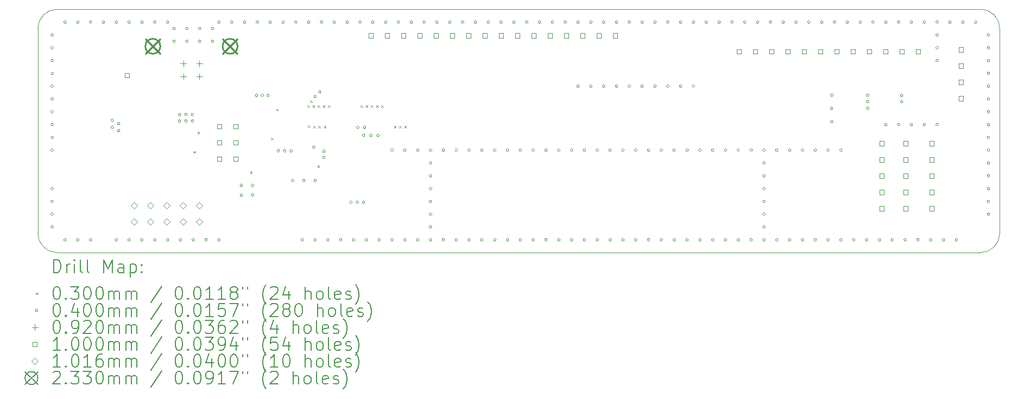
<source format=gbr>
%TF.GenerationSoftware,KiCad,Pcbnew,7.0.1*%
%TF.CreationDate,2023-10-20T10:46:18+03:00*%
%TF.ProjectId,modelh,6d6f6465-6c68-42e6-9b69-6361645f7063,v0.1*%
%TF.SameCoordinates,Original*%
%TF.FileFunction,Drillmap*%
%TF.FilePolarity,Positive*%
%FSLAX45Y45*%
G04 Gerber Fmt 4.5, Leading zero omitted, Abs format (unit mm)*
G04 Created by KiCad (PCBNEW 7.0.1) date 2023-10-20 10:46:18*
%MOMM*%
%LPD*%
G01*
G04 APERTURE LIST*
%ADD10C,0.001000*%
%ADD11C,0.200000*%
%ADD12C,0.030000*%
%ADD13C,0.040000*%
%ADD14C,0.092000*%
%ADD15C,0.100000*%
%ADD16C,0.101600*%
%ADD17C,0.233000*%
G04 APERTURE END LIST*
D10*
X6477000Y-8199000D02*
X6477000Y-4999000D01*
X21177000Y-8499000D02*
X6777000Y-8499000D01*
X6777000Y-4699000D02*
X21177000Y-4699000D01*
X21177000Y-8499000D02*
G75*
G03*
X21477000Y-8199000I0J300000D01*
G01*
X6477000Y-8199000D02*
G75*
G03*
X6777000Y-8499000I300000J0D01*
G01*
X21477000Y-4999000D02*
G75*
G03*
X21177000Y-4699000I-300000J0D01*
G01*
X6777000Y-4699000D02*
G75*
G03*
X6477000Y-4999000I0J-300000D01*
G01*
X21477000Y-4999000D02*
X21477000Y-8199000D01*
D11*
D12*
X8905000Y-6915000D02*
X8935000Y-6945000D01*
X8935000Y-6915000D02*
X8905000Y-6945000D01*
X8965000Y-6615000D02*
X8995000Y-6645000D01*
X8995000Y-6615000D02*
X8965000Y-6645000D01*
X9787000Y-7234000D02*
X9817000Y-7264000D01*
X9817000Y-7234000D02*
X9787000Y-7264000D01*
X10112000Y-6706500D02*
X10142000Y-6736500D01*
X10142000Y-6706500D02*
X10112000Y-6736500D01*
X10195000Y-6255000D02*
X10225000Y-6285000D01*
X10225000Y-6255000D02*
X10195000Y-6285000D01*
X10682000Y-6199000D02*
X10712000Y-6229000D01*
X10712000Y-6199000D02*
X10682000Y-6229000D01*
X10687805Y-6514805D02*
X10717805Y-6544805D01*
X10717805Y-6514805D02*
X10687805Y-6544805D01*
X10725000Y-6125000D02*
X10755000Y-6155000D01*
X10755000Y-6125000D02*
X10725000Y-6155000D01*
X10762000Y-6199000D02*
X10792000Y-6229000D01*
X10792000Y-6199000D02*
X10762000Y-6229000D01*
X10772000Y-6519000D02*
X10802000Y-6549000D01*
X10802000Y-6519000D02*
X10772000Y-6549000D01*
X10837000Y-7139000D02*
X10867000Y-7169000D01*
X10867000Y-7139000D02*
X10837000Y-7169000D01*
X10842000Y-6199000D02*
X10872000Y-6229000D01*
X10872000Y-6199000D02*
X10842000Y-6229000D01*
X10852000Y-6519000D02*
X10882000Y-6549000D01*
X10882000Y-6519000D02*
X10852000Y-6549000D01*
X10922000Y-6199000D02*
X10952000Y-6229000D01*
X10952000Y-6199000D02*
X10922000Y-6229000D01*
X10937816Y-6521670D02*
X10967816Y-6551670D01*
X10967816Y-6521670D02*
X10937816Y-6551670D01*
X11002000Y-6199000D02*
X11032000Y-6229000D01*
X11032000Y-6199000D02*
X11002000Y-6229000D01*
X11512000Y-6199000D02*
X11542000Y-6229000D01*
X11542000Y-6199000D02*
X11512000Y-6229000D01*
X11592000Y-6199000D02*
X11622000Y-6229000D01*
X11622000Y-6199000D02*
X11592000Y-6229000D01*
X11672000Y-6199000D02*
X11702000Y-6229000D01*
X11702000Y-6199000D02*
X11672000Y-6229000D01*
X11752000Y-6199000D02*
X11782000Y-6229000D01*
X11782000Y-6199000D02*
X11752000Y-6229000D01*
X11832000Y-6199000D02*
X11862000Y-6229000D01*
X11862000Y-6199000D02*
X11832000Y-6229000D01*
X12032000Y-6519000D02*
X12062000Y-6549000D01*
X12062000Y-6519000D02*
X12032000Y-6549000D01*
X12112000Y-6519000D02*
X12142000Y-6549000D01*
X12142000Y-6519000D02*
X12112000Y-6549000D01*
X12192000Y-6519000D02*
X12222000Y-6549000D01*
X12222000Y-6519000D02*
X12192000Y-6549000D01*
D13*
X6720000Y-5100000D02*
G75*
G03*
X6720000Y-5100000I-20000J0D01*
G01*
X6720000Y-5300000D02*
G75*
G03*
X6720000Y-5300000I-20000J0D01*
G01*
X6720000Y-5500000D02*
G75*
G03*
X6720000Y-5500000I-20000J0D01*
G01*
X6720000Y-5700000D02*
G75*
G03*
X6720000Y-5700000I-20000J0D01*
G01*
X6720000Y-5900000D02*
G75*
G03*
X6720000Y-5900000I-20000J0D01*
G01*
X6720000Y-6100000D02*
G75*
G03*
X6720000Y-6100000I-20000J0D01*
G01*
X6720000Y-6300000D02*
G75*
G03*
X6720000Y-6300000I-20000J0D01*
G01*
X6720000Y-6500000D02*
G75*
G03*
X6720000Y-6500000I-20000J0D01*
G01*
X6720000Y-6700000D02*
G75*
G03*
X6720000Y-6700000I-20000J0D01*
G01*
X6720000Y-6900000D02*
G75*
G03*
X6720000Y-6900000I-20000J0D01*
G01*
X6720000Y-7500000D02*
G75*
G03*
X6720000Y-7500000I-20000J0D01*
G01*
X6720000Y-7700000D02*
G75*
G03*
X6720000Y-7700000I-20000J0D01*
G01*
X6720000Y-7900000D02*
G75*
G03*
X6720000Y-7900000I-20000J0D01*
G01*
X6720000Y-8100000D02*
G75*
G03*
X6720000Y-8100000I-20000J0D01*
G01*
X6920000Y-4900000D02*
G75*
G03*
X6920000Y-4900000I-20000J0D01*
G01*
X6920000Y-8300000D02*
G75*
G03*
X6920000Y-8300000I-20000J0D01*
G01*
X7120000Y-4900000D02*
G75*
G03*
X7120000Y-4900000I-20000J0D01*
G01*
X7120000Y-8300000D02*
G75*
G03*
X7120000Y-8300000I-20000J0D01*
G01*
X7320000Y-4900000D02*
G75*
G03*
X7320000Y-4900000I-20000J0D01*
G01*
X7320000Y-8300000D02*
G75*
G03*
X7320000Y-8300000I-20000J0D01*
G01*
X7520000Y-4900000D02*
G75*
G03*
X7520000Y-4900000I-20000J0D01*
G01*
X7657000Y-6434000D02*
G75*
G03*
X7657000Y-6434000I-20000J0D01*
G01*
X7657000Y-6544000D02*
G75*
G03*
X7657000Y-6544000I-20000J0D01*
G01*
X7720000Y-4900000D02*
G75*
G03*
X7720000Y-4900000I-20000J0D01*
G01*
X7720000Y-8300000D02*
G75*
G03*
X7720000Y-8300000I-20000J0D01*
G01*
X7757000Y-6484000D02*
G75*
G03*
X7757000Y-6484000I-20000J0D01*
G01*
X7757000Y-6594000D02*
G75*
G03*
X7757000Y-6594000I-20000J0D01*
G01*
X7920000Y-4900000D02*
G75*
G03*
X7920000Y-4900000I-20000J0D01*
G01*
X7920000Y-8300000D02*
G75*
G03*
X7920000Y-8300000I-20000J0D01*
G01*
X8120000Y-4900000D02*
G75*
G03*
X8120000Y-4900000I-20000J0D01*
G01*
X8120000Y-8300000D02*
G75*
G03*
X8120000Y-8300000I-20000J0D01*
G01*
X8320000Y-4900000D02*
G75*
G03*
X8320000Y-4900000I-20000J0D01*
G01*
X8320000Y-8300000D02*
G75*
G03*
X8320000Y-8300000I-20000J0D01*
G01*
X8520000Y-4900000D02*
G75*
G03*
X8520000Y-4900000I-20000J0D01*
G01*
X8520000Y-8300000D02*
G75*
G03*
X8520000Y-8300000I-20000J0D01*
G01*
X8620000Y-5000000D02*
G75*
G03*
X8620000Y-5000000I-20000J0D01*
G01*
X8620000Y-5200000D02*
G75*
G03*
X8620000Y-5200000I-20000J0D01*
G01*
X8707000Y-6344000D02*
G75*
G03*
X8707000Y-6344000I-20000J0D01*
G01*
X8707000Y-6444000D02*
G75*
G03*
X8707000Y-6444000I-20000J0D01*
G01*
X8720000Y-8300000D02*
G75*
G03*
X8720000Y-8300000I-20000J0D01*
G01*
X8807000Y-6344000D02*
G75*
G03*
X8807000Y-6344000I-20000J0D01*
G01*
X8807000Y-6444000D02*
G75*
G03*
X8807000Y-6444000I-20000J0D01*
G01*
X8820000Y-5000000D02*
G75*
G03*
X8820000Y-5000000I-20000J0D01*
G01*
X8820000Y-5200000D02*
G75*
G03*
X8820000Y-5200000I-20000J0D01*
G01*
X8907000Y-6344000D02*
G75*
G03*
X8907000Y-6344000I-20000J0D01*
G01*
X8907000Y-6444000D02*
G75*
G03*
X8907000Y-6444000I-20000J0D01*
G01*
X8920000Y-8300000D02*
G75*
G03*
X8920000Y-8300000I-20000J0D01*
G01*
X9020000Y-5000000D02*
G75*
G03*
X9020000Y-5000000I-20000J0D01*
G01*
X9020000Y-5200000D02*
G75*
G03*
X9020000Y-5200000I-20000J0D01*
G01*
X9120000Y-8300000D02*
G75*
G03*
X9120000Y-8300000I-20000J0D01*
G01*
X9220000Y-5000000D02*
G75*
G03*
X9220000Y-5000000I-20000J0D01*
G01*
X9220000Y-5200000D02*
G75*
G03*
X9220000Y-5200000I-20000J0D01*
G01*
X9320000Y-4900000D02*
G75*
G03*
X9320000Y-4900000I-20000J0D01*
G01*
X9320000Y-8300000D02*
G75*
G03*
X9320000Y-8300000I-20000J0D01*
G01*
X9520000Y-4900000D02*
G75*
G03*
X9520000Y-4900000I-20000J0D01*
G01*
X9670000Y-7450000D02*
G75*
G03*
X9670000Y-7450000I-20000J0D01*
G01*
X9670000Y-7600000D02*
G75*
G03*
X9670000Y-7600000I-20000J0D01*
G01*
X9720000Y-4900000D02*
G75*
G03*
X9720000Y-4900000I-20000J0D01*
G01*
X9845000Y-7450000D02*
G75*
G03*
X9845000Y-7450000I-20000J0D01*
G01*
X9845000Y-7600000D02*
G75*
G03*
X9845000Y-7600000I-20000J0D01*
G01*
X9907000Y-6044000D02*
G75*
G03*
X9907000Y-6044000I-20000J0D01*
G01*
X9920000Y-4900000D02*
G75*
G03*
X9920000Y-4900000I-20000J0D01*
G01*
X9997000Y-6044000D02*
G75*
G03*
X9997000Y-6044000I-20000J0D01*
G01*
X10087000Y-6045999D02*
G75*
G03*
X10087000Y-6045999I-20000J0D01*
G01*
X10120000Y-4900000D02*
G75*
G03*
X10120000Y-4900000I-20000J0D01*
G01*
X10247000Y-6911000D02*
G75*
G03*
X10247000Y-6911000I-20000J0D01*
G01*
X10320000Y-4900000D02*
G75*
G03*
X10320000Y-4900000I-20000J0D01*
G01*
X10347000Y-6911001D02*
G75*
G03*
X10347000Y-6911001I-20000J0D01*
G01*
X10447000Y-6911001D02*
G75*
G03*
X10447000Y-6911001I-20000J0D01*
G01*
X10470000Y-7375000D02*
G75*
G03*
X10470000Y-7375000I-20000J0D01*
G01*
X10520000Y-4900000D02*
G75*
G03*
X10520000Y-4900000I-20000J0D01*
G01*
X10620000Y-8300000D02*
G75*
G03*
X10620000Y-8300000I-20000J0D01*
G01*
X10645000Y-7375000D02*
G75*
G03*
X10645000Y-7375000I-20000J0D01*
G01*
X10720000Y-4900000D02*
G75*
G03*
X10720000Y-4900000I-20000J0D01*
G01*
X10799499Y-6854000D02*
G75*
G03*
X10799499Y-6854000I-20000J0D01*
G01*
X10820000Y-6060000D02*
G75*
G03*
X10820000Y-6060000I-20000J0D01*
G01*
X10820000Y-7375000D02*
G75*
G03*
X10820000Y-7375000I-20000J0D01*
G01*
X10820000Y-8300000D02*
G75*
G03*
X10820000Y-8300000I-20000J0D01*
G01*
X10890000Y-5990000D02*
G75*
G03*
X10890000Y-5990000I-20000J0D01*
G01*
X10920000Y-4900000D02*
G75*
G03*
X10920000Y-4900000I-20000J0D01*
G01*
X10957000Y-6914000D02*
G75*
G03*
X10957000Y-6914000I-20000J0D01*
G01*
X10957000Y-7014000D02*
G75*
G03*
X10957000Y-7014000I-20000J0D01*
G01*
X11020000Y-8300000D02*
G75*
G03*
X11020000Y-8300000I-20000J0D01*
G01*
X11120000Y-4900000D02*
G75*
G03*
X11120000Y-4900000I-20000J0D01*
G01*
X11220000Y-8300000D02*
G75*
G03*
X11220000Y-8300000I-20000J0D01*
G01*
X11320000Y-4900000D02*
G75*
G03*
X11320000Y-4900000I-20000J0D01*
G01*
X11377000Y-7714000D02*
G75*
G03*
X11377000Y-7714000I-20000J0D01*
G01*
X11420000Y-8300000D02*
G75*
G03*
X11420000Y-8300000I-20000J0D01*
G01*
X11477000Y-7714000D02*
G75*
G03*
X11477000Y-7714000I-20000J0D01*
G01*
X11487000Y-6544000D02*
G75*
G03*
X11487000Y-6544000I-20000J0D01*
G01*
X11520000Y-4900000D02*
G75*
G03*
X11520000Y-4900000I-20000J0D01*
G01*
X11577000Y-6669000D02*
G75*
G03*
X11577000Y-6669000I-20000J0D01*
G01*
X11577000Y-7714000D02*
G75*
G03*
X11577000Y-7714000I-20000J0D01*
G01*
X11592000Y-6544000D02*
G75*
G03*
X11592000Y-6544000I-20000J0D01*
G01*
X11620000Y-8300000D02*
G75*
G03*
X11620000Y-8300000I-20000J0D01*
G01*
X11690000Y-6670000D02*
G75*
G03*
X11690000Y-6670000I-20000J0D01*
G01*
X11720000Y-4900000D02*
G75*
G03*
X11720000Y-4900000I-20000J0D01*
G01*
X11800000Y-6670000D02*
G75*
G03*
X11800000Y-6670000I-20000J0D01*
G01*
X11820000Y-8300000D02*
G75*
G03*
X11820000Y-8300000I-20000J0D01*
G01*
X11920000Y-4900000D02*
G75*
G03*
X11920000Y-4900000I-20000J0D01*
G01*
X12020000Y-6900000D02*
G75*
G03*
X12020000Y-6900000I-20000J0D01*
G01*
X12020000Y-8300000D02*
G75*
G03*
X12020000Y-8300000I-20000J0D01*
G01*
X12120000Y-4900000D02*
G75*
G03*
X12120000Y-4900000I-20000J0D01*
G01*
X12220000Y-6900000D02*
G75*
G03*
X12220000Y-6900000I-20000J0D01*
G01*
X12220000Y-8300000D02*
G75*
G03*
X12220000Y-8300000I-20000J0D01*
G01*
X12320000Y-4900000D02*
G75*
G03*
X12320000Y-4900000I-20000J0D01*
G01*
X12420000Y-6900000D02*
G75*
G03*
X12420000Y-6900000I-20000J0D01*
G01*
X12420000Y-8300000D02*
G75*
G03*
X12420000Y-8300000I-20000J0D01*
G01*
X12520000Y-4900000D02*
G75*
G03*
X12520000Y-4900000I-20000J0D01*
G01*
X12620000Y-6900000D02*
G75*
G03*
X12620000Y-6900000I-20000J0D01*
G01*
X12620000Y-7100000D02*
G75*
G03*
X12620000Y-7100000I-20000J0D01*
G01*
X12620000Y-7300000D02*
G75*
G03*
X12620000Y-7300000I-20000J0D01*
G01*
X12620000Y-7500000D02*
G75*
G03*
X12620000Y-7500000I-20000J0D01*
G01*
X12620000Y-7700000D02*
G75*
G03*
X12620000Y-7700000I-20000J0D01*
G01*
X12620000Y-7900000D02*
G75*
G03*
X12620000Y-7900000I-20000J0D01*
G01*
X12620000Y-8100000D02*
G75*
G03*
X12620000Y-8100000I-20000J0D01*
G01*
X12620000Y-8300000D02*
G75*
G03*
X12620000Y-8300000I-20000J0D01*
G01*
X12720000Y-4900000D02*
G75*
G03*
X12720000Y-4900000I-20000J0D01*
G01*
X12820000Y-6900000D02*
G75*
G03*
X12820000Y-6900000I-20000J0D01*
G01*
X12820000Y-8300000D02*
G75*
G03*
X12820000Y-8300000I-20000J0D01*
G01*
X12920000Y-4900000D02*
G75*
G03*
X12920000Y-4900000I-20000J0D01*
G01*
X13020000Y-6900000D02*
G75*
G03*
X13020000Y-6900000I-20000J0D01*
G01*
X13020000Y-8300000D02*
G75*
G03*
X13020000Y-8300000I-20000J0D01*
G01*
X13120000Y-4900000D02*
G75*
G03*
X13120000Y-4900000I-20000J0D01*
G01*
X13220000Y-6900000D02*
G75*
G03*
X13220000Y-6900000I-20000J0D01*
G01*
X13220000Y-8300000D02*
G75*
G03*
X13220000Y-8300000I-20000J0D01*
G01*
X13320000Y-4900000D02*
G75*
G03*
X13320000Y-4900000I-20000J0D01*
G01*
X13420000Y-6900000D02*
G75*
G03*
X13420000Y-6900000I-20000J0D01*
G01*
X13420000Y-8300000D02*
G75*
G03*
X13420000Y-8300000I-20000J0D01*
G01*
X13520000Y-4900000D02*
G75*
G03*
X13520000Y-4900000I-20000J0D01*
G01*
X13620000Y-6900000D02*
G75*
G03*
X13620000Y-6900000I-20000J0D01*
G01*
X13620000Y-8300000D02*
G75*
G03*
X13620000Y-8300000I-20000J0D01*
G01*
X13720000Y-4900000D02*
G75*
G03*
X13720000Y-4900000I-20000J0D01*
G01*
X13820000Y-6900000D02*
G75*
G03*
X13820000Y-6900000I-20000J0D01*
G01*
X13820000Y-8300000D02*
G75*
G03*
X13820000Y-8300000I-20000J0D01*
G01*
X13920000Y-4900000D02*
G75*
G03*
X13920000Y-4900000I-20000J0D01*
G01*
X14020000Y-6900000D02*
G75*
G03*
X14020000Y-6900000I-20000J0D01*
G01*
X14020000Y-8300000D02*
G75*
G03*
X14020000Y-8300000I-20000J0D01*
G01*
X14120000Y-4900000D02*
G75*
G03*
X14120000Y-4900000I-20000J0D01*
G01*
X14220000Y-6900000D02*
G75*
G03*
X14220000Y-6900000I-20000J0D01*
G01*
X14220000Y-8300000D02*
G75*
G03*
X14220000Y-8300000I-20000J0D01*
G01*
X14320000Y-4900000D02*
G75*
G03*
X14320000Y-4900000I-20000J0D01*
G01*
X14420000Y-6900000D02*
G75*
G03*
X14420000Y-6900000I-20000J0D01*
G01*
X14420000Y-8300000D02*
G75*
G03*
X14420000Y-8300000I-20000J0D01*
G01*
X14520000Y-4900000D02*
G75*
G03*
X14520000Y-4900000I-20000J0D01*
G01*
X14620000Y-6900000D02*
G75*
G03*
X14620000Y-6900000I-20000J0D01*
G01*
X14620000Y-8300000D02*
G75*
G03*
X14620000Y-8300000I-20000J0D01*
G01*
X14720000Y-4900000D02*
G75*
G03*
X14720000Y-4900000I-20000J0D01*
G01*
X14820000Y-6900000D02*
G75*
G03*
X14820000Y-6900000I-20000J0D01*
G01*
X14820000Y-8300000D02*
G75*
G03*
X14820000Y-8300000I-20000J0D01*
G01*
X14920000Y-4900000D02*
G75*
G03*
X14920000Y-4900000I-20000J0D01*
G01*
X14920000Y-5900000D02*
G75*
G03*
X14920000Y-5900000I-20000J0D01*
G01*
X15020000Y-6900000D02*
G75*
G03*
X15020000Y-6900000I-20000J0D01*
G01*
X15020000Y-8300000D02*
G75*
G03*
X15020000Y-8300000I-20000J0D01*
G01*
X15120000Y-4900000D02*
G75*
G03*
X15120000Y-4900000I-20000J0D01*
G01*
X15120000Y-5900000D02*
G75*
G03*
X15120000Y-5900000I-20000J0D01*
G01*
X15220000Y-6900000D02*
G75*
G03*
X15220000Y-6900000I-20000J0D01*
G01*
X15220000Y-8300000D02*
G75*
G03*
X15220000Y-8300000I-20000J0D01*
G01*
X15320000Y-4900000D02*
G75*
G03*
X15320000Y-4900000I-20000J0D01*
G01*
X15320000Y-5900000D02*
G75*
G03*
X15320000Y-5900000I-20000J0D01*
G01*
X15420000Y-6900000D02*
G75*
G03*
X15420000Y-6900000I-20000J0D01*
G01*
X15420000Y-8300000D02*
G75*
G03*
X15420000Y-8300000I-20000J0D01*
G01*
X15520000Y-4900000D02*
G75*
G03*
X15520000Y-4900000I-20000J0D01*
G01*
X15520000Y-5900000D02*
G75*
G03*
X15520000Y-5900000I-20000J0D01*
G01*
X15620000Y-6900000D02*
G75*
G03*
X15620000Y-6900000I-20000J0D01*
G01*
X15620000Y-8300000D02*
G75*
G03*
X15620000Y-8300000I-20000J0D01*
G01*
X15720000Y-4900000D02*
G75*
G03*
X15720000Y-4900000I-20000J0D01*
G01*
X15720000Y-5900000D02*
G75*
G03*
X15720000Y-5900000I-20000J0D01*
G01*
X15820000Y-6900000D02*
G75*
G03*
X15820000Y-6900000I-20000J0D01*
G01*
X15820000Y-8300000D02*
G75*
G03*
X15820000Y-8300000I-20000J0D01*
G01*
X15920000Y-4900000D02*
G75*
G03*
X15920000Y-4900000I-20000J0D01*
G01*
X15920000Y-5900000D02*
G75*
G03*
X15920000Y-5900000I-20000J0D01*
G01*
X16020000Y-6900000D02*
G75*
G03*
X16020000Y-6900000I-20000J0D01*
G01*
X16020000Y-8300000D02*
G75*
G03*
X16020000Y-8300000I-20000J0D01*
G01*
X16120000Y-4900000D02*
G75*
G03*
X16120000Y-4900000I-20000J0D01*
G01*
X16120000Y-5900000D02*
G75*
G03*
X16120000Y-5900000I-20000J0D01*
G01*
X16220000Y-6900000D02*
G75*
G03*
X16220000Y-6900000I-20000J0D01*
G01*
X16220000Y-8300000D02*
G75*
G03*
X16220000Y-8300000I-20000J0D01*
G01*
X16320000Y-4900000D02*
G75*
G03*
X16320000Y-4900000I-20000J0D01*
G01*
X16320000Y-5900000D02*
G75*
G03*
X16320000Y-5900000I-20000J0D01*
G01*
X16420000Y-6900000D02*
G75*
G03*
X16420000Y-6900000I-20000J0D01*
G01*
X16420000Y-8300000D02*
G75*
G03*
X16420000Y-8300000I-20000J0D01*
G01*
X16520000Y-4900000D02*
G75*
G03*
X16520000Y-4900000I-20000J0D01*
G01*
X16520000Y-5900000D02*
G75*
G03*
X16520000Y-5900000I-20000J0D01*
G01*
X16620000Y-6900000D02*
G75*
G03*
X16620000Y-6900000I-20000J0D01*
G01*
X16620000Y-8300000D02*
G75*
G03*
X16620000Y-8300000I-20000J0D01*
G01*
X16720000Y-4900000D02*
G75*
G03*
X16720000Y-4900000I-20000J0D01*
G01*
X16720000Y-5900000D02*
G75*
G03*
X16720000Y-5900000I-20000J0D01*
G01*
X16820000Y-6900000D02*
G75*
G03*
X16820000Y-6900000I-20000J0D01*
G01*
X16820000Y-8300000D02*
G75*
G03*
X16820000Y-8300000I-20000J0D01*
G01*
X16920000Y-4900000D02*
G75*
G03*
X16920000Y-4900000I-20000J0D01*
G01*
X17020000Y-6900000D02*
G75*
G03*
X17020000Y-6900000I-20000J0D01*
G01*
X17020000Y-8300000D02*
G75*
G03*
X17020000Y-8300000I-20000J0D01*
G01*
X17120000Y-4900000D02*
G75*
G03*
X17120000Y-4900000I-20000J0D01*
G01*
X17220000Y-6900000D02*
G75*
G03*
X17220000Y-6900000I-20000J0D01*
G01*
X17220000Y-8300000D02*
G75*
G03*
X17220000Y-8300000I-20000J0D01*
G01*
X17320000Y-4900000D02*
G75*
G03*
X17320000Y-4900000I-20000J0D01*
G01*
X17420000Y-6900000D02*
G75*
G03*
X17420000Y-6900000I-20000J0D01*
G01*
X17420000Y-8300000D02*
G75*
G03*
X17420000Y-8300000I-20000J0D01*
G01*
X17520000Y-4900000D02*
G75*
G03*
X17520000Y-4900000I-20000J0D01*
G01*
X17620000Y-6900000D02*
G75*
G03*
X17620000Y-6900000I-20000J0D01*
G01*
X17620000Y-8300000D02*
G75*
G03*
X17620000Y-8300000I-20000J0D01*
G01*
X17720000Y-4900000D02*
G75*
G03*
X17720000Y-4900000I-20000J0D01*
G01*
X17820000Y-6900000D02*
G75*
G03*
X17820000Y-6900000I-20000J0D01*
G01*
X17820000Y-7100000D02*
G75*
G03*
X17820000Y-7100000I-20000J0D01*
G01*
X17820000Y-7300000D02*
G75*
G03*
X17820000Y-7300000I-20000J0D01*
G01*
X17820000Y-7500000D02*
G75*
G03*
X17820000Y-7500000I-20000J0D01*
G01*
X17820000Y-7700000D02*
G75*
G03*
X17820000Y-7700000I-20000J0D01*
G01*
X17820000Y-7900000D02*
G75*
G03*
X17820000Y-7900000I-20000J0D01*
G01*
X17820000Y-8100000D02*
G75*
G03*
X17820000Y-8100000I-20000J0D01*
G01*
X17820000Y-8300000D02*
G75*
G03*
X17820000Y-8300000I-20000J0D01*
G01*
X17920000Y-4900000D02*
G75*
G03*
X17920000Y-4900000I-20000J0D01*
G01*
X18020000Y-6900000D02*
G75*
G03*
X18020000Y-6900000I-20000J0D01*
G01*
X18020000Y-8300000D02*
G75*
G03*
X18020000Y-8300000I-20000J0D01*
G01*
X18120000Y-4900000D02*
G75*
G03*
X18120000Y-4900000I-20000J0D01*
G01*
X18220000Y-6900000D02*
G75*
G03*
X18220000Y-6900000I-20000J0D01*
G01*
X18220000Y-8300000D02*
G75*
G03*
X18220000Y-8300000I-20000J0D01*
G01*
X18320000Y-4900000D02*
G75*
G03*
X18320000Y-4900000I-20000J0D01*
G01*
X18420000Y-6900000D02*
G75*
G03*
X18420000Y-6900000I-20000J0D01*
G01*
X18420000Y-8300000D02*
G75*
G03*
X18420000Y-8300000I-20000J0D01*
G01*
X18520000Y-4900000D02*
G75*
G03*
X18520000Y-4900000I-20000J0D01*
G01*
X18620000Y-6900000D02*
G75*
G03*
X18620000Y-6900000I-20000J0D01*
G01*
X18620000Y-8300000D02*
G75*
G03*
X18620000Y-8300000I-20000J0D01*
G01*
X18720000Y-4900000D02*
G75*
G03*
X18720000Y-4900000I-20000J0D01*
G01*
X18820000Y-6900000D02*
G75*
G03*
X18820000Y-6900000I-20000J0D01*
G01*
X18820000Y-8300000D02*
G75*
G03*
X18820000Y-8300000I-20000J0D01*
G01*
X18874000Y-6247000D02*
G75*
G03*
X18874000Y-6247000I-20000J0D01*
G01*
X18877000Y-6454000D02*
G75*
G03*
X18877000Y-6454000I-20000J0D01*
G01*
X18879000Y-6042000D02*
G75*
G03*
X18879000Y-6042000I-20000J0D01*
G01*
X18920000Y-4900000D02*
G75*
G03*
X18920000Y-4900000I-20000J0D01*
G01*
X19020000Y-6900000D02*
G75*
G03*
X19020000Y-6900000I-20000J0D01*
G01*
X19020000Y-8300000D02*
G75*
G03*
X19020000Y-8300000I-20000J0D01*
G01*
X19120000Y-4900000D02*
G75*
G03*
X19120000Y-4900000I-20000J0D01*
G01*
X19220000Y-8300000D02*
G75*
G03*
X19220000Y-8300000I-20000J0D01*
G01*
X19320000Y-4900000D02*
G75*
G03*
X19320000Y-4900000I-20000J0D01*
G01*
X19420000Y-8300000D02*
G75*
G03*
X19420000Y-8300000I-20000J0D01*
G01*
X19435734Y-6142734D02*
G75*
G03*
X19435734Y-6142734I-20000J0D01*
G01*
X19437000Y-6244000D02*
G75*
G03*
X19437000Y-6244000I-20000J0D01*
G01*
X19437016Y-6042741D02*
G75*
G03*
X19437016Y-6042741I-20000J0D01*
G01*
X19520000Y-4900000D02*
G75*
G03*
X19520000Y-4900000I-20000J0D01*
G01*
X19620000Y-8300000D02*
G75*
G03*
X19620000Y-8300000I-20000J0D01*
G01*
X19720000Y-4900000D02*
G75*
G03*
X19720000Y-4900000I-20000J0D01*
G01*
X19720000Y-6500000D02*
G75*
G03*
X19720000Y-6500000I-20000J0D01*
G01*
X19820000Y-8300000D02*
G75*
G03*
X19820000Y-8300000I-20000J0D01*
G01*
X19920000Y-4900000D02*
G75*
G03*
X19920000Y-4900000I-20000J0D01*
G01*
X19920000Y-6500000D02*
G75*
G03*
X19920000Y-6500000I-20000J0D01*
G01*
X19967000Y-6044000D02*
G75*
G03*
X19967000Y-6044000I-20000J0D01*
G01*
X19967000Y-6144000D02*
G75*
G03*
X19967000Y-6144000I-20000J0D01*
G01*
X20020000Y-8300000D02*
G75*
G03*
X20020000Y-8300000I-20000J0D01*
G01*
X20120000Y-4900000D02*
G75*
G03*
X20120000Y-4900000I-20000J0D01*
G01*
X20120000Y-6500000D02*
G75*
G03*
X20120000Y-6500000I-20000J0D01*
G01*
X20220000Y-8300000D02*
G75*
G03*
X20220000Y-8300000I-20000J0D01*
G01*
X20320000Y-4900000D02*
G75*
G03*
X20320000Y-4900000I-20000J0D01*
G01*
X20320000Y-6500000D02*
G75*
G03*
X20320000Y-6500000I-20000J0D01*
G01*
X20420000Y-8300000D02*
G75*
G03*
X20420000Y-8300000I-20000J0D01*
G01*
X20520000Y-4900000D02*
G75*
G03*
X20520000Y-4900000I-20000J0D01*
G01*
X20520000Y-5100000D02*
G75*
G03*
X20520000Y-5100000I-20000J0D01*
G01*
X20520000Y-5300000D02*
G75*
G03*
X20520000Y-5300000I-20000J0D01*
G01*
X20520000Y-5500000D02*
G75*
G03*
X20520000Y-5500000I-20000J0D01*
G01*
X20520000Y-6500000D02*
G75*
G03*
X20520000Y-6500000I-20000J0D01*
G01*
X20620000Y-8300000D02*
G75*
G03*
X20620000Y-8300000I-20000J0D01*
G01*
X20720000Y-4900000D02*
G75*
G03*
X20720000Y-4900000I-20000J0D01*
G01*
X20820000Y-8300000D02*
G75*
G03*
X20820000Y-8300000I-20000J0D01*
G01*
X20920000Y-4900000D02*
G75*
G03*
X20920000Y-4900000I-20000J0D01*
G01*
X21120000Y-4900000D02*
G75*
G03*
X21120000Y-4900000I-20000J0D01*
G01*
X21320000Y-5100000D02*
G75*
G03*
X21320000Y-5100000I-20000J0D01*
G01*
X21320000Y-5300000D02*
G75*
G03*
X21320000Y-5300000I-20000J0D01*
G01*
X21320000Y-5500000D02*
G75*
G03*
X21320000Y-5500000I-20000J0D01*
G01*
X21320000Y-5700000D02*
G75*
G03*
X21320000Y-5700000I-20000J0D01*
G01*
X21320000Y-5900000D02*
G75*
G03*
X21320000Y-5900000I-20000J0D01*
G01*
X21320000Y-6100000D02*
G75*
G03*
X21320000Y-6100000I-20000J0D01*
G01*
X21320000Y-6300000D02*
G75*
G03*
X21320000Y-6300000I-20000J0D01*
G01*
X21320000Y-6500000D02*
G75*
G03*
X21320000Y-6500000I-20000J0D01*
G01*
X21320000Y-6700000D02*
G75*
G03*
X21320000Y-6700000I-20000J0D01*
G01*
X21320000Y-6900000D02*
G75*
G03*
X21320000Y-6900000I-20000J0D01*
G01*
X21320000Y-7100000D02*
G75*
G03*
X21320000Y-7100000I-20000J0D01*
G01*
X21320000Y-7300000D02*
G75*
G03*
X21320000Y-7300000I-20000J0D01*
G01*
X21320000Y-7500000D02*
G75*
G03*
X21320000Y-7500000I-20000J0D01*
G01*
X21320000Y-7700000D02*
G75*
G03*
X21320000Y-7700000I-20000J0D01*
G01*
X21320000Y-7900000D02*
G75*
G03*
X21320000Y-7900000I-20000J0D01*
G01*
D14*
X8747000Y-5503000D02*
X8747000Y-5595000D01*
X8701000Y-5549000D02*
X8793000Y-5549000D01*
X8747000Y-5703000D02*
X8747000Y-5795000D01*
X8701000Y-5749000D02*
X8793000Y-5749000D01*
X8997000Y-5503000D02*
X8997000Y-5595000D01*
X8951000Y-5549000D02*
X9043000Y-5549000D01*
X8997000Y-5703000D02*
X8997000Y-5795000D01*
X8951000Y-5749000D02*
X9043000Y-5749000D01*
D15*
X7902356Y-5769356D02*
X7902356Y-5698644D01*
X7831644Y-5698644D01*
X7831644Y-5769356D01*
X7902356Y-5769356D01*
X9342356Y-6561356D02*
X9342356Y-6490644D01*
X9271644Y-6490644D01*
X9271644Y-6561356D01*
X9342356Y-6561356D01*
X9342356Y-6815356D02*
X9342356Y-6744644D01*
X9271644Y-6744644D01*
X9271644Y-6815356D01*
X9342356Y-6815356D01*
X9342356Y-7069356D02*
X9342356Y-6998644D01*
X9271644Y-6998644D01*
X9271644Y-7069356D01*
X9342356Y-7069356D01*
X9596356Y-6561356D02*
X9596356Y-6490644D01*
X9525644Y-6490644D01*
X9525644Y-6561356D01*
X9596356Y-6561356D01*
X9596356Y-6815356D02*
X9596356Y-6744644D01*
X9525644Y-6744644D01*
X9525644Y-6815356D01*
X9596356Y-6815356D01*
X9596356Y-7069356D02*
X9596356Y-6998644D01*
X9525644Y-6998644D01*
X9525644Y-7069356D01*
X9596356Y-7069356D01*
X11705356Y-5145356D02*
X11705356Y-5074644D01*
X11634644Y-5074644D01*
X11634644Y-5145356D01*
X11705356Y-5145356D01*
X11959356Y-5145356D02*
X11959356Y-5074644D01*
X11888644Y-5074644D01*
X11888644Y-5145356D01*
X11959356Y-5145356D01*
X12213356Y-5145356D02*
X12213356Y-5074644D01*
X12142644Y-5074644D01*
X12142644Y-5145356D01*
X12213356Y-5145356D01*
X12467356Y-5145356D02*
X12467356Y-5074644D01*
X12396644Y-5074644D01*
X12396644Y-5145356D01*
X12467356Y-5145356D01*
X12721356Y-5145356D02*
X12721356Y-5074644D01*
X12650644Y-5074644D01*
X12650644Y-5145356D01*
X12721356Y-5145356D01*
X12975356Y-5145356D02*
X12975356Y-5074644D01*
X12904644Y-5074644D01*
X12904644Y-5145356D01*
X12975356Y-5145356D01*
X13229356Y-5145356D02*
X13229356Y-5074644D01*
X13158644Y-5074644D01*
X13158644Y-5145356D01*
X13229356Y-5145356D01*
X13483356Y-5145356D02*
X13483356Y-5074644D01*
X13412644Y-5074644D01*
X13412644Y-5145356D01*
X13483356Y-5145356D01*
X13737356Y-5145356D02*
X13737356Y-5074644D01*
X13666644Y-5074644D01*
X13666644Y-5145356D01*
X13737356Y-5145356D01*
X13991356Y-5145356D02*
X13991356Y-5074644D01*
X13920644Y-5074644D01*
X13920644Y-5145356D01*
X13991356Y-5145356D01*
X14245356Y-5145356D02*
X14245356Y-5074644D01*
X14174644Y-5074644D01*
X14174644Y-5145356D01*
X14245356Y-5145356D01*
X14499356Y-5145356D02*
X14499356Y-5074644D01*
X14428644Y-5074644D01*
X14428644Y-5145356D01*
X14499356Y-5145356D01*
X14753356Y-5145356D02*
X14753356Y-5074644D01*
X14682644Y-5074644D01*
X14682644Y-5145356D01*
X14753356Y-5145356D01*
X15007356Y-5145356D02*
X15007356Y-5074644D01*
X14936644Y-5074644D01*
X14936644Y-5145356D01*
X15007356Y-5145356D01*
X15261356Y-5145356D02*
X15261356Y-5074644D01*
X15190644Y-5074644D01*
X15190644Y-5145356D01*
X15261356Y-5145356D01*
X15515356Y-5145356D02*
X15515356Y-5074644D01*
X15444644Y-5074644D01*
X15444644Y-5145356D01*
X15515356Y-5145356D01*
X17443356Y-5395356D02*
X17443356Y-5324644D01*
X17372644Y-5324644D01*
X17372644Y-5395356D01*
X17443356Y-5395356D01*
X17697356Y-5395356D02*
X17697356Y-5324644D01*
X17626644Y-5324644D01*
X17626644Y-5395356D01*
X17697356Y-5395356D01*
X17951356Y-5395356D02*
X17951356Y-5324644D01*
X17880644Y-5324644D01*
X17880644Y-5395356D01*
X17951356Y-5395356D01*
X18205356Y-5395356D02*
X18205356Y-5324644D01*
X18134644Y-5324644D01*
X18134644Y-5395356D01*
X18205356Y-5395356D01*
X18459356Y-5395356D02*
X18459356Y-5324644D01*
X18388644Y-5324644D01*
X18388644Y-5395356D01*
X18459356Y-5395356D01*
X18713356Y-5395356D02*
X18713356Y-5324644D01*
X18642644Y-5324644D01*
X18642644Y-5395356D01*
X18713356Y-5395356D01*
X18967356Y-5395356D02*
X18967356Y-5324644D01*
X18896644Y-5324644D01*
X18896644Y-5395356D01*
X18967356Y-5395356D01*
X19221356Y-5395356D02*
X19221356Y-5324644D01*
X19150644Y-5324644D01*
X19150644Y-5395356D01*
X19221356Y-5395356D01*
X19475356Y-5395356D02*
X19475356Y-5324644D01*
X19404644Y-5324644D01*
X19404644Y-5395356D01*
X19475356Y-5395356D01*
X19672356Y-6829356D02*
X19672356Y-6758644D01*
X19601644Y-6758644D01*
X19601644Y-6829356D01*
X19672356Y-6829356D01*
X19672356Y-7083356D02*
X19672356Y-7012644D01*
X19601644Y-7012644D01*
X19601644Y-7083356D01*
X19672356Y-7083356D01*
X19672356Y-7337356D02*
X19672356Y-7266644D01*
X19601644Y-7266644D01*
X19601644Y-7337356D01*
X19672356Y-7337356D01*
X19672356Y-7591356D02*
X19672356Y-7520644D01*
X19601644Y-7520644D01*
X19601644Y-7591356D01*
X19672356Y-7591356D01*
X19672356Y-7845356D02*
X19672356Y-7774644D01*
X19601644Y-7774644D01*
X19601644Y-7845356D01*
X19672356Y-7845356D01*
X19729356Y-5395356D02*
X19729356Y-5324644D01*
X19658644Y-5324644D01*
X19658644Y-5395356D01*
X19729356Y-5395356D01*
X19983356Y-5395356D02*
X19983356Y-5324644D01*
X19912644Y-5324644D01*
X19912644Y-5395356D01*
X19983356Y-5395356D01*
X20042356Y-6829356D02*
X20042356Y-6758644D01*
X19971644Y-6758644D01*
X19971644Y-6829356D01*
X20042356Y-6829356D01*
X20042356Y-7083356D02*
X20042356Y-7012644D01*
X19971644Y-7012644D01*
X19971644Y-7083356D01*
X20042356Y-7083356D01*
X20042356Y-7337356D02*
X20042356Y-7266644D01*
X19971644Y-7266644D01*
X19971644Y-7337356D01*
X20042356Y-7337356D01*
X20042356Y-7591356D02*
X20042356Y-7520644D01*
X19971644Y-7520644D01*
X19971644Y-7591356D01*
X20042356Y-7591356D01*
X20042356Y-7845356D02*
X20042356Y-7774644D01*
X19971644Y-7774644D01*
X19971644Y-7845356D01*
X20042356Y-7845356D01*
X20237356Y-5395356D02*
X20237356Y-5324644D01*
X20166644Y-5324644D01*
X20166644Y-5395356D01*
X20237356Y-5395356D01*
X20452356Y-6829356D02*
X20452356Y-6758644D01*
X20381644Y-6758644D01*
X20381644Y-6829356D01*
X20452356Y-6829356D01*
X20452356Y-7083356D02*
X20452356Y-7012644D01*
X20381644Y-7012644D01*
X20381644Y-7083356D01*
X20452356Y-7083356D01*
X20452356Y-7337356D02*
X20452356Y-7266644D01*
X20381644Y-7266644D01*
X20381644Y-7337356D01*
X20452356Y-7337356D01*
X20452356Y-7591356D02*
X20452356Y-7520644D01*
X20381644Y-7520644D01*
X20381644Y-7591356D01*
X20452356Y-7591356D01*
X20452356Y-7845356D02*
X20452356Y-7774644D01*
X20381644Y-7774644D01*
X20381644Y-7845356D01*
X20452356Y-7845356D01*
X20910356Y-5365356D02*
X20910356Y-5294644D01*
X20839644Y-5294644D01*
X20839644Y-5365356D01*
X20910356Y-5365356D01*
X20910356Y-5619356D02*
X20910356Y-5548644D01*
X20839644Y-5548644D01*
X20839644Y-5619356D01*
X20910356Y-5619356D01*
X20910356Y-5873356D02*
X20910356Y-5802644D01*
X20839644Y-5802644D01*
X20839644Y-5873356D01*
X20910356Y-5873356D01*
X20910356Y-6127356D02*
X20910356Y-6056644D01*
X20839644Y-6056644D01*
X20839644Y-6127356D01*
X20910356Y-6127356D01*
D16*
X7977000Y-7810800D02*
X8027800Y-7760000D01*
X7977000Y-7709200D01*
X7926200Y-7760000D01*
X7977000Y-7810800D01*
X7977000Y-8064800D02*
X8027800Y-8014000D01*
X7977000Y-7963200D01*
X7926200Y-8014000D01*
X7977000Y-8064800D01*
X8231000Y-7810800D02*
X8281800Y-7760000D01*
X8231000Y-7709200D01*
X8180200Y-7760000D01*
X8231000Y-7810800D01*
X8231000Y-8064800D02*
X8281800Y-8014000D01*
X8231000Y-7963200D01*
X8180200Y-8014000D01*
X8231000Y-8064800D01*
X8485000Y-7810800D02*
X8535800Y-7760000D01*
X8485000Y-7709200D01*
X8434200Y-7760000D01*
X8485000Y-7810800D01*
X8485000Y-8064800D02*
X8535800Y-8014000D01*
X8485000Y-7963200D01*
X8434200Y-8014000D01*
X8485000Y-8064800D01*
X8739000Y-7810800D02*
X8789800Y-7760000D01*
X8739000Y-7709200D01*
X8688200Y-7760000D01*
X8739000Y-7810800D01*
X8739000Y-8064800D02*
X8789800Y-8014000D01*
X8739000Y-7963200D01*
X8688200Y-8014000D01*
X8739000Y-8064800D01*
X8993000Y-7810800D02*
X9043800Y-7760000D01*
X8993000Y-7709200D01*
X8942200Y-7760000D01*
X8993000Y-7810800D01*
X8993000Y-8064800D02*
X9043800Y-8014000D01*
X8993000Y-7963200D01*
X8942200Y-8014000D01*
X8993000Y-8064800D01*
D17*
X8153500Y-5161500D02*
X8386500Y-5394500D01*
X8386500Y-5161500D02*
X8153500Y-5394500D01*
X8386500Y-5278000D02*
G75*
G03*
X8386500Y-5278000I-116500J0D01*
G01*
X9357500Y-5161500D02*
X9590500Y-5394500D01*
X9590500Y-5161500D02*
X9357500Y-5394500D01*
X9590500Y-5278000D02*
G75*
G03*
X9590500Y-5278000I-116500J0D01*
G01*
D11*
X6724569Y-8811574D02*
X6724569Y-8611574D01*
X6724569Y-8611574D02*
X6772188Y-8611574D01*
X6772188Y-8611574D02*
X6800759Y-8621098D01*
X6800759Y-8621098D02*
X6819807Y-8640145D01*
X6819807Y-8640145D02*
X6829331Y-8659193D01*
X6829331Y-8659193D02*
X6838855Y-8697288D01*
X6838855Y-8697288D02*
X6838855Y-8725860D01*
X6838855Y-8725860D02*
X6829331Y-8763955D01*
X6829331Y-8763955D02*
X6819807Y-8783002D01*
X6819807Y-8783002D02*
X6800759Y-8802050D01*
X6800759Y-8802050D02*
X6772188Y-8811574D01*
X6772188Y-8811574D02*
X6724569Y-8811574D01*
X6924569Y-8811574D02*
X6924569Y-8678240D01*
X6924569Y-8716336D02*
X6934093Y-8697288D01*
X6934093Y-8697288D02*
X6943617Y-8687764D01*
X6943617Y-8687764D02*
X6962664Y-8678240D01*
X6962664Y-8678240D02*
X6981712Y-8678240D01*
X7048378Y-8811574D02*
X7048378Y-8678240D01*
X7048378Y-8611574D02*
X7038855Y-8621098D01*
X7038855Y-8621098D02*
X7048378Y-8630621D01*
X7048378Y-8630621D02*
X7057902Y-8621098D01*
X7057902Y-8621098D02*
X7048378Y-8611574D01*
X7048378Y-8611574D02*
X7048378Y-8630621D01*
X7172188Y-8811574D02*
X7153140Y-8802050D01*
X7153140Y-8802050D02*
X7143617Y-8783002D01*
X7143617Y-8783002D02*
X7143617Y-8611574D01*
X7276950Y-8811574D02*
X7257902Y-8802050D01*
X7257902Y-8802050D02*
X7248378Y-8783002D01*
X7248378Y-8783002D02*
X7248378Y-8611574D01*
X7505521Y-8811574D02*
X7505521Y-8611574D01*
X7505521Y-8611574D02*
X7572188Y-8754431D01*
X7572188Y-8754431D02*
X7638855Y-8611574D01*
X7638855Y-8611574D02*
X7638855Y-8811574D01*
X7819807Y-8811574D02*
X7819807Y-8706812D01*
X7819807Y-8706812D02*
X7810283Y-8687764D01*
X7810283Y-8687764D02*
X7791236Y-8678240D01*
X7791236Y-8678240D02*
X7753140Y-8678240D01*
X7753140Y-8678240D02*
X7734093Y-8687764D01*
X7819807Y-8802050D02*
X7800759Y-8811574D01*
X7800759Y-8811574D02*
X7753140Y-8811574D01*
X7753140Y-8811574D02*
X7734093Y-8802050D01*
X7734093Y-8802050D02*
X7724569Y-8783002D01*
X7724569Y-8783002D02*
X7724569Y-8763955D01*
X7724569Y-8763955D02*
X7734093Y-8744907D01*
X7734093Y-8744907D02*
X7753140Y-8735383D01*
X7753140Y-8735383D02*
X7800759Y-8735383D01*
X7800759Y-8735383D02*
X7819807Y-8725860D01*
X7915045Y-8678240D02*
X7915045Y-8878240D01*
X7915045Y-8687764D02*
X7934093Y-8678240D01*
X7934093Y-8678240D02*
X7972188Y-8678240D01*
X7972188Y-8678240D02*
X7991236Y-8687764D01*
X7991236Y-8687764D02*
X8000759Y-8697288D01*
X8000759Y-8697288D02*
X8010283Y-8716336D01*
X8010283Y-8716336D02*
X8010283Y-8773479D01*
X8010283Y-8773479D02*
X8000759Y-8792526D01*
X8000759Y-8792526D02*
X7991236Y-8802050D01*
X7991236Y-8802050D02*
X7972188Y-8811574D01*
X7972188Y-8811574D02*
X7934093Y-8811574D01*
X7934093Y-8811574D02*
X7915045Y-8802050D01*
X8095998Y-8792526D02*
X8105521Y-8802050D01*
X8105521Y-8802050D02*
X8095998Y-8811574D01*
X8095998Y-8811574D02*
X8086474Y-8802050D01*
X8086474Y-8802050D02*
X8095998Y-8792526D01*
X8095998Y-8792526D02*
X8095998Y-8811574D01*
X8095998Y-8687764D02*
X8105521Y-8697288D01*
X8105521Y-8697288D02*
X8095998Y-8706812D01*
X8095998Y-8706812D02*
X8086474Y-8697288D01*
X8086474Y-8697288D02*
X8095998Y-8687764D01*
X8095998Y-8687764D02*
X8095998Y-8706812D01*
D12*
X6446950Y-9124050D02*
X6476950Y-9154050D01*
X6476950Y-9124050D02*
X6446950Y-9154050D01*
D11*
X6762664Y-9031574D02*
X6781712Y-9031574D01*
X6781712Y-9031574D02*
X6800759Y-9041098D01*
X6800759Y-9041098D02*
X6810283Y-9050621D01*
X6810283Y-9050621D02*
X6819807Y-9069669D01*
X6819807Y-9069669D02*
X6829331Y-9107764D01*
X6829331Y-9107764D02*
X6829331Y-9155383D01*
X6829331Y-9155383D02*
X6819807Y-9193479D01*
X6819807Y-9193479D02*
X6810283Y-9212526D01*
X6810283Y-9212526D02*
X6800759Y-9222050D01*
X6800759Y-9222050D02*
X6781712Y-9231574D01*
X6781712Y-9231574D02*
X6762664Y-9231574D01*
X6762664Y-9231574D02*
X6743617Y-9222050D01*
X6743617Y-9222050D02*
X6734093Y-9212526D01*
X6734093Y-9212526D02*
X6724569Y-9193479D01*
X6724569Y-9193479D02*
X6715045Y-9155383D01*
X6715045Y-9155383D02*
X6715045Y-9107764D01*
X6715045Y-9107764D02*
X6724569Y-9069669D01*
X6724569Y-9069669D02*
X6734093Y-9050621D01*
X6734093Y-9050621D02*
X6743617Y-9041098D01*
X6743617Y-9041098D02*
X6762664Y-9031574D01*
X6915045Y-9212526D02*
X6924569Y-9222050D01*
X6924569Y-9222050D02*
X6915045Y-9231574D01*
X6915045Y-9231574D02*
X6905521Y-9222050D01*
X6905521Y-9222050D02*
X6915045Y-9212526D01*
X6915045Y-9212526D02*
X6915045Y-9231574D01*
X6991236Y-9031574D02*
X7115045Y-9031574D01*
X7115045Y-9031574D02*
X7048378Y-9107764D01*
X7048378Y-9107764D02*
X7076950Y-9107764D01*
X7076950Y-9107764D02*
X7095998Y-9117288D01*
X7095998Y-9117288D02*
X7105521Y-9126812D01*
X7105521Y-9126812D02*
X7115045Y-9145860D01*
X7115045Y-9145860D02*
X7115045Y-9193479D01*
X7115045Y-9193479D02*
X7105521Y-9212526D01*
X7105521Y-9212526D02*
X7095998Y-9222050D01*
X7095998Y-9222050D02*
X7076950Y-9231574D01*
X7076950Y-9231574D02*
X7019807Y-9231574D01*
X7019807Y-9231574D02*
X7000759Y-9222050D01*
X7000759Y-9222050D02*
X6991236Y-9212526D01*
X7238855Y-9031574D02*
X7257902Y-9031574D01*
X7257902Y-9031574D02*
X7276950Y-9041098D01*
X7276950Y-9041098D02*
X7286474Y-9050621D01*
X7286474Y-9050621D02*
X7295998Y-9069669D01*
X7295998Y-9069669D02*
X7305521Y-9107764D01*
X7305521Y-9107764D02*
X7305521Y-9155383D01*
X7305521Y-9155383D02*
X7295998Y-9193479D01*
X7295998Y-9193479D02*
X7286474Y-9212526D01*
X7286474Y-9212526D02*
X7276950Y-9222050D01*
X7276950Y-9222050D02*
X7257902Y-9231574D01*
X7257902Y-9231574D02*
X7238855Y-9231574D01*
X7238855Y-9231574D02*
X7219807Y-9222050D01*
X7219807Y-9222050D02*
X7210283Y-9212526D01*
X7210283Y-9212526D02*
X7200759Y-9193479D01*
X7200759Y-9193479D02*
X7191236Y-9155383D01*
X7191236Y-9155383D02*
X7191236Y-9107764D01*
X7191236Y-9107764D02*
X7200759Y-9069669D01*
X7200759Y-9069669D02*
X7210283Y-9050621D01*
X7210283Y-9050621D02*
X7219807Y-9041098D01*
X7219807Y-9041098D02*
X7238855Y-9031574D01*
X7429331Y-9031574D02*
X7448379Y-9031574D01*
X7448379Y-9031574D02*
X7467426Y-9041098D01*
X7467426Y-9041098D02*
X7476950Y-9050621D01*
X7476950Y-9050621D02*
X7486474Y-9069669D01*
X7486474Y-9069669D02*
X7495998Y-9107764D01*
X7495998Y-9107764D02*
X7495998Y-9155383D01*
X7495998Y-9155383D02*
X7486474Y-9193479D01*
X7486474Y-9193479D02*
X7476950Y-9212526D01*
X7476950Y-9212526D02*
X7467426Y-9222050D01*
X7467426Y-9222050D02*
X7448379Y-9231574D01*
X7448379Y-9231574D02*
X7429331Y-9231574D01*
X7429331Y-9231574D02*
X7410283Y-9222050D01*
X7410283Y-9222050D02*
X7400759Y-9212526D01*
X7400759Y-9212526D02*
X7391236Y-9193479D01*
X7391236Y-9193479D02*
X7381712Y-9155383D01*
X7381712Y-9155383D02*
X7381712Y-9107764D01*
X7381712Y-9107764D02*
X7391236Y-9069669D01*
X7391236Y-9069669D02*
X7400759Y-9050621D01*
X7400759Y-9050621D02*
X7410283Y-9041098D01*
X7410283Y-9041098D02*
X7429331Y-9031574D01*
X7581712Y-9231574D02*
X7581712Y-9098240D01*
X7581712Y-9117288D02*
X7591236Y-9107764D01*
X7591236Y-9107764D02*
X7610283Y-9098240D01*
X7610283Y-9098240D02*
X7638855Y-9098240D01*
X7638855Y-9098240D02*
X7657902Y-9107764D01*
X7657902Y-9107764D02*
X7667426Y-9126812D01*
X7667426Y-9126812D02*
X7667426Y-9231574D01*
X7667426Y-9126812D02*
X7676950Y-9107764D01*
X7676950Y-9107764D02*
X7695998Y-9098240D01*
X7695998Y-9098240D02*
X7724569Y-9098240D01*
X7724569Y-9098240D02*
X7743617Y-9107764D01*
X7743617Y-9107764D02*
X7753140Y-9126812D01*
X7753140Y-9126812D02*
X7753140Y-9231574D01*
X7848379Y-9231574D02*
X7848379Y-9098240D01*
X7848379Y-9117288D02*
X7857902Y-9107764D01*
X7857902Y-9107764D02*
X7876950Y-9098240D01*
X7876950Y-9098240D02*
X7905521Y-9098240D01*
X7905521Y-9098240D02*
X7924569Y-9107764D01*
X7924569Y-9107764D02*
X7934093Y-9126812D01*
X7934093Y-9126812D02*
X7934093Y-9231574D01*
X7934093Y-9126812D02*
X7943617Y-9107764D01*
X7943617Y-9107764D02*
X7962664Y-9098240D01*
X7962664Y-9098240D02*
X7991236Y-9098240D01*
X7991236Y-9098240D02*
X8010283Y-9107764D01*
X8010283Y-9107764D02*
X8019807Y-9126812D01*
X8019807Y-9126812D02*
X8019807Y-9231574D01*
X8410283Y-9022050D02*
X8238855Y-9279193D01*
X8667426Y-9031574D02*
X8686474Y-9031574D01*
X8686474Y-9031574D02*
X8705522Y-9041098D01*
X8705522Y-9041098D02*
X8715045Y-9050621D01*
X8715045Y-9050621D02*
X8724569Y-9069669D01*
X8724569Y-9069669D02*
X8734093Y-9107764D01*
X8734093Y-9107764D02*
X8734093Y-9155383D01*
X8734093Y-9155383D02*
X8724569Y-9193479D01*
X8724569Y-9193479D02*
X8715045Y-9212526D01*
X8715045Y-9212526D02*
X8705522Y-9222050D01*
X8705522Y-9222050D02*
X8686474Y-9231574D01*
X8686474Y-9231574D02*
X8667426Y-9231574D01*
X8667426Y-9231574D02*
X8648379Y-9222050D01*
X8648379Y-9222050D02*
X8638855Y-9212526D01*
X8638855Y-9212526D02*
X8629331Y-9193479D01*
X8629331Y-9193479D02*
X8619807Y-9155383D01*
X8619807Y-9155383D02*
X8619807Y-9107764D01*
X8619807Y-9107764D02*
X8629331Y-9069669D01*
X8629331Y-9069669D02*
X8638855Y-9050621D01*
X8638855Y-9050621D02*
X8648379Y-9041098D01*
X8648379Y-9041098D02*
X8667426Y-9031574D01*
X8819807Y-9212526D02*
X8829331Y-9222050D01*
X8829331Y-9222050D02*
X8819807Y-9231574D01*
X8819807Y-9231574D02*
X8810284Y-9222050D01*
X8810284Y-9222050D02*
X8819807Y-9212526D01*
X8819807Y-9212526D02*
X8819807Y-9231574D01*
X8953141Y-9031574D02*
X8972188Y-9031574D01*
X8972188Y-9031574D02*
X8991236Y-9041098D01*
X8991236Y-9041098D02*
X9000760Y-9050621D01*
X9000760Y-9050621D02*
X9010284Y-9069669D01*
X9010284Y-9069669D02*
X9019807Y-9107764D01*
X9019807Y-9107764D02*
X9019807Y-9155383D01*
X9019807Y-9155383D02*
X9010284Y-9193479D01*
X9010284Y-9193479D02*
X9000760Y-9212526D01*
X9000760Y-9212526D02*
X8991236Y-9222050D01*
X8991236Y-9222050D02*
X8972188Y-9231574D01*
X8972188Y-9231574D02*
X8953141Y-9231574D01*
X8953141Y-9231574D02*
X8934093Y-9222050D01*
X8934093Y-9222050D02*
X8924569Y-9212526D01*
X8924569Y-9212526D02*
X8915045Y-9193479D01*
X8915045Y-9193479D02*
X8905522Y-9155383D01*
X8905522Y-9155383D02*
X8905522Y-9107764D01*
X8905522Y-9107764D02*
X8915045Y-9069669D01*
X8915045Y-9069669D02*
X8924569Y-9050621D01*
X8924569Y-9050621D02*
X8934093Y-9041098D01*
X8934093Y-9041098D02*
X8953141Y-9031574D01*
X9210284Y-9231574D02*
X9095998Y-9231574D01*
X9153141Y-9231574D02*
X9153141Y-9031574D01*
X9153141Y-9031574D02*
X9134093Y-9060145D01*
X9134093Y-9060145D02*
X9115045Y-9079193D01*
X9115045Y-9079193D02*
X9095998Y-9088717D01*
X9400760Y-9231574D02*
X9286474Y-9231574D01*
X9343617Y-9231574D02*
X9343617Y-9031574D01*
X9343617Y-9031574D02*
X9324569Y-9060145D01*
X9324569Y-9060145D02*
X9305522Y-9079193D01*
X9305522Y-9079193D02*
X9286474Y-9088717D01*
X9515045Y-9117288D02*
X9495998Y-9107764D01*
X9495998Y-9107764D02*
X9486474Y-9098240D01*
X9486474Y-9098240D02*
X9476950Y-9079193D01*
X9476950Y-9079193D02*
X9476950Y-9069669D01*
X9476950Y-9069669D02*
X9486474Y-9050621D01*
X9486474Y-9050621D02*
X9495998Y-9041098D01*
X9495998Y-9041098D02*
X9515045Y-9031574D01*
X9515045Y-9031574D02*
X9553141Y-9031574D01*
X9553141Y-9031574D02*
X9572188Y-9041098D01*
X9572188Y-9041098D02*
X9581712Y-9050621D01*
X9581712Y-9050621D02*
X9591236Y-9069669D01*
X9591236Y-9069669D02*
X9591236Y-9079193D01*
X9591236Y-9079193D02*
X9581712Y-9098240D01*
X9581712Y-9098240D02*
X9572188Y-9107764D01*
X9572188Y-9107764D02*
X9553141Y-9117288D01*
X9553141Y-9117288D02*
X9515045Y-9117288D01*
X9515045Y-9117288D02*
X9495998Y-9126812D01*
X9495998Y-9126812D02*
X9486474Y-9136336D01*
X9486474Y-9136336D02*
X9476950Y-9155383D01*
X9476950Y-9155383D02*
X9476950Y-9193479D01*
X9476950Y-9193479D02*
X9486474Y-9212526D01*
X9486474Y-9212526D02*
X9495998Y-9222050D01*
X9495998Y-9222050D02*
X9515045Y-9231574D01*
X9515045Y-9231574D02*
X9553141Y-9231574D01*
X9553141Y-9231574D02*
X9572188Y-9222050D01*
X9572188Y-9222050D02*
X9581712Y-9212526D01*
X9581712Y-9212526D02*
X9591236Y-9193479D01*
X9591236Y-9193479D02*
X9591236Y-9155383D01*
X9591236Y-9155383D02*
X9581712Y-9136336D01*
X9581712Y-9136336D02*
X9572188Y-9126812D01*
X9572188Y-9126812D02*
X9553141Y-9117288D01*
X9667426Y-9031574D02*
X9667426Y-9069669D01*
X9743617Y-9031574D02*
X9743617Y-9069669D01*
X10038855Y-9307764D02*
X10029331Y-9298240D01*
X10029331Y-9298240D02*
X10010284Y-9269669D01*
X10010284Y-9269669D02*
X10000760Y-9250621D01*
X10000760Y-9250621D02*
X9991236Y-9222050D01*
X9991236Y-9222050D02*
X9981712Y-9174431D01*
X9981712Y-9174431D02*
X9981712Y-9136336D01*
X9981712Y-9136336D02*
X9991236Y-9088717D01*
X9991236Y-9088717D02*
X10000760Y-9060145D01*
X10000760Y-9060145D02*
X10010284Y-9041098D01*
X10010284Y-9041098D02*
X10029331Y-9012526D01*
X10029331Y-9012526D02*
X10038855Y-9003002D01*
X10105522Y-9050621D02*
X10115046Y-9041098D01*
X10115046Y-9041098D02*
X10134093Y-9031574D01*
X10134093Y-9031574D02*
X10181712Y-9031574D01*
X10181712Y-9031574D02*
X10200760Y-9041098D01*
X10200760Y-9041098D02*
X10210284Y-9050621D01*
X10210284Y-9050621D02*
X10219807Y-9069669D01*
X10219807Y-9069669D02*
X10219807Y-9088717D01*
X10219807Y-9088717D02*
X10210284Y-9117288D01*
X10210284Y-9117288D02*
X10095998Y-9231574D01*
X10095998Y-9231574D02*
X10219807Y-9231574D01*
X10391236Y-9098240D02*
X10391236Y-9231574D01*
X10343617Y-9022050D02*
X10295998Y-9164907D01*
X10295998Y-9164907D02*
X10419807Y-9164907D01*
X10648379Y-9231574D02*
X10648379Y-9031574D01*
X10734093Y-9231574D02*
X10734093Y-9126812D01*
X10734093Y-9126812D02*
X10724569Y-9107764D01*
X10724569Y-9107764D02*
X10705522Y-9098240D01*
X10705522Y-9098240D02*
X10676950Y-9098240D01*
X10676950Y-9098240D02*
X10657903Y-9107764D01*
X10657903Y-9107764D02*
X10648379Y-9117288D01*
X10857903Y-9231574D02*
X10838855Y-9222050D01*
X10838855Y-9222050D02*
X10829331Y-9212526D01*
X10829331Y-9212526D02*
X10819808Y-9193479D01*
X10819808Y-9193479D02*
X10819808Y-9136336D01*
X10819808Y-9136336D02*
X10829331Y-9117288D01*
X10829331Y-9117288D02*
X10838855Y-9107764D01*
X10838855Y-9107764D02*
X10857903Y-9098240D01*
X10857903Y-9098240D02*
X10886474Y-9098240D01*
X10886474Y-9098240D02*
X10905522Y-9107764D01*
X10905522Y-9107764D02*
X10915046Y-9117288D01*
X10915046Y-9117288D02*
X10924569Y-9136336D01*
X10924569Y-9136336D02*
X10924569Y-9193479D01*
X10924569Y-9193479D02*
X10915046Y-9212526D01*
X10915046Y-9212526D02*
X10905522Y-9222050D01*
X10905522Y-9222050D02*
X10886474Y-9231574D01*
X10886474Y-9231574D02*
X10857903Y-9231574D01*
X11038855Y-9231574D02*
X11019808Y-9222050D01*
X11019808Y-9222050D02*
X11010284Y-9203002D01*
X11010284Y-9203002D02*
X11010284Y-9031574D01*
X11191236Y-9222050D02*
X11172189Y-9231574D01*
X11172189Y-9231574D02*
X11134093Y-9231574D01*
X11134093Y-9231574D02*
X11115046Y-9222050D01*
X11115046Y-9222050D02*
X11105522Y-9203002D01*
X11105522Y-9203002D02*
X11105522Y-9126812D01*
X11105522Y-9126812D02*
X11115046Y-9107764D01*
X11115046Y-9107764D02*
X11134093Y-9098240D01*
X11134093Y-9098240D02*
X11172189Y-9098240D01*
X11172189Y-9098240D02*
X11191236Y-9107764D01*
X11191236Y-9107764D02*
X11200760Y-9126812D01*
X11200760Y-9126812D02*
X11200760Y-9145860D01*
X11200760Y-9145860D02*
X11105522Y-9164907D01*
X11276950Y-9222050D02*
X11295998Y-9231574D01*
X11295998Y-9231574D02*
X11334093Y-9231574D01*
X11334093Y-9231574D02*
X11353141Y-9222050D01*
X11353141Y-9222050D02*
X11362665Y-9203002D01*
X11362665Y-9203002D02*
X11362665Y-9193479D01*
X11362665Y-9193479D02*
X11353141Y-9174431D01*
X11353141Y-9174431D02*
X11334093Y-9164907D01*
X11334093Y-9164907D02*
X11305522Y-9164907D01*
X11305522Y-9164907D02*
X11286474Y-9155383D01*
X11286474Y-9155383D02*
X11276950Y-9136336D01*
X11276950Y-9136336D02*
X11276950Y-9126812D01*
X11276950Y-9126812D02*
X11286474Y-9107764D01*
X11286474Y-9107764D02*
X11305522Y-9098240D01*
X11305522Y-9098240D02*
X11334093Y-9098240D01*
X11334093Y-9098240D02*
X11353141Y-9107764D01*
X11429331Y-9307764D02*
X11438855Y-9298240D01*
X11438855Y-9298240D02*
X11457903Y-9269669D01*
X11457903Y-9269669D02*
X11467427Y-9250621D01*
X11467427Y-9250621D02*
X11476950Y-9222050D01*
X11476950Y-9222050D02*
X11486474Y-9174431D01*
X11486474Y-9174431D02*
X11486474Y-9136336D01*
X11486474Y-9136336D02*
X11476950Y-9088717D01*
X11476950Y-9088717D02*
X11467427Y-9060145D01*
X11467427Y-9060145D02*
X11457903Y-9041098D01*
X11457903Y-9041098D02*
X11438855Y-9012526D01*
X11438855Y-9012526D02*
X11429331Y-9003002D01*
D13*
X6476950Y-9403050D02*
G75*
G03*
X6476950Y-9403050I-20000J0D01*
G01*
D11*
X6762664Y-9295574D02*
X6781712Y-9295574D01*
X6781712Y-9295574D02*
X6800759Y-9305098D01*
X6800759Y-9305098D02*
X6810283Y-9314621D01*
X6810283Y-9314621D02*
X6819807Y-9333669D01*
X6819807Y-9333669D02*
X6829331Y-9371764D01*
X6829331Y-9371764D02*
X6829331Y-9419383D01*
X6829331Y-9419383D02*
X6819807Y-9457479D01*
X6819807Y-9457479D02*
X6810283Y-9476526D01*
X6810283Y-9476526D02*
X6800759Y-9486050D01*
X6800759Y-9486050D02*
X6781712Y-9495574D01*
X6781712Y-9495574D02*
X6762664Y-9495574D01*
X6762664Y-9495574D02*
X6743617Y-9486050D01*
X6743617Y-9486050D02*
X6734093Y-9476526D01*
X6734093Y-9476526D02*
X6724569Y-9457479D01*
X6724569Y-9457479D02*
X6715045Y-9419383D01*
X6715045Y-9419383D02*
X6715045Y-9371764D01*
X6715045Y-9371764D02*
X6724569Y-9333669D01*
X6724569Y-9333669D02*
X6734093Y-9314621D01*
X6734093Y-9314621D02*
X6743617Y-9305098D01*
X6743617Y-9305098D02*
X6762664Y-9295574D01*
X6915045Y-9476526D02*
X6924569Y-9486050D01*
X6924569Y-9486050D02*
X6915045Y-9495574D01*
X6915045Y-9495574D02*
X6905521Y-9486050D01*
X6905521Y-9486050D02*
X6915045Y-9476526D01*
X6915045Y-9476526D02*
X6915045Y-9495574D01*
X7095998Y-9362240D02*
X7095998Y-9495574D01*
X7048378Y-9286050D02*
X7000759Y-9428907D01*
X7000759Y-9428907D02*
X7124569Y-9428907D01*
X7238855Y-9295574D02*
X7257902Y-9295574D01*
X7257902Y-9295574D02*
X7276950Y-9305098D01*
X7276950Y-9305098D02*
X7286474Y-9314621D01*
X7286474Y-9314621D02*
X7295998Y-9333669D01*
X7295998Y-9333669D02*
X7305521Y-9371764D01*
X7305521Y-9371764D02*
X7305521Y-9419383D01*
X7305521Y-9419383D02*
X7295998Y-9457479D01*
X7295998Y-9457479D02*
X7286474Y-9476526D01*
X7286474Y-9476526D02*
X7276950Y-9486050D01*
X7276950Y-9486050D02*
X7257902Y-9495574D01*
X7257902Y-9495574D02*
X7238855Y-9495574D01*
X7238855Y-9495574D02*
X7219807Y-9486050D01*
X7219807Y-9486050D02*
X7210283Y-9476526D01*
X7210283Y-9476526D02*
X7200759Y-9457479D01*
X7200759Y-9457479D02*
X7191236Y-9419383D01*
X7191236Y-9419383D02*
X7191236Y-9371764D01*
X7191236Y-9371764D02*
X7200759Y-9333669D01*
X7200759Y-9333669D02*
X7210283Y-9314621D01*
X7210283Y-9314621D02*
X7219807Y-9305098D01*
X7219807Y-9305098D02*
X7238855Y-9295574D01*
X7429331Y-9295574D02*
X7448379Y-9295574D01*
X7448379Y-9295574D02*
X7467426Y-9305098D01*
X7467426Y-9305098D02*
X7476950Y-9314621D01*
X7476950Y-9314621D02*
X7486474Y-9333669D01*
X7486474Y-9333669D02*
X7495998Y-9371764D01*
X7495998Y-9371764D02*
X7495998Y-9419383D01*
X7495998Y-9419383D02*
X7486474Y-9457479D01*
X7486474Y-9457479D02*
X7476950Y-9476526D01*
X7476950Y-9476526D02*
X7467426Y-9486050D01*
X7467426Y-9486050D02*
X7448379Y-9495574D01*
X7448379Y-9495574D02*
X7429331Y-9495574D01*
X7429331Y-9495574D02*
X7410283Y-9486050D01*
X7410283Y-9486050D02*
X7400759Y-9476526D01*
X7400759Y-9476526D02*
X7391236Y-9457479D01*
X7391236Y-9457479D02*
X7381712Y-9419383D01*
X7381712Y-9419383D02*
X7381712Y-9371764D01*
X7381712Y-9371764D02*
X7391236Y-9333669D01*
X7391236Y-9333669D02*
X7400759Y-9314621D01*
X7400759Y-9314621D02*
X7410283Y-9305098D01*
X7410283Y-9305098D02*
X7429331Y-9295574D01*
X7581712Y-9495574D02*
X7581712Y-9362240D01*
X7581712Y-9381288D02*
X7591236Y-9371764D01*
X7591236Y-9371764D02*
X7610283Y-9362240D01*
X7610283Y-9362240D02*
X7638855Y-9362240D01*
X7638855Y-9362240D02*
X7657902Y-9371764D01*
X7657902Y-9371764D02*
X7667426Y-9390812D01*
X7667426Y-9390812D02*
X7667426Y-9495574D01*
X7667426Y-9390812D02*
X7676950Y-9371764D01*
X7676950Y-9371764D02*
X7695998Y-9362240D01*
X7695998Y-9362240D02*
X7724569Y-9362240D01*
X7724569Y-9362240D02*
X7743617Y-9371764D01*
X7743617Y-9371764D02*
X7753140Y-9390812D01*
X7753140Y-9390812D02*
X7753140Y-9495574D01*
X7848379Y-9495574D02*
X7848379Y-9362240D01*
X7848379Y-9381288D02*
X7857902Y-9371764D01*
X7857902Y-9371764D02*
X7876950Y-9362240D01*
X7876950Y-9362240D02*
X7905521Y-9362240D01*
X7905521Y-9362240D02*
X7924569Y-9371764D01*
X7924569Y-9371764D02*
X7934093Y-9390812D01*
X7934093Y-9390812D02*
X7934093Y-9495574D01*
X7934093Y-9390812D02*
X7943617Y-9371764D01*
X7943617Y-9371764D02*
X7962664Y-9362240D01*
X7962664Y-9362240D02*
X7991236Y-9362240D01*
X7991236Y-9362240D02*
X8010283Y-9371764D01*
X8010283Y-9371764D02*
X8019807Y-9390812D01*
X8019807Y-9390812D02*
X8019807Y-9495574D01*
X8410283Y-9286050D02*
X8238855Y-9543193D01*
X8667426Y-9295574D02*
X8686474Y-9295574D01*
X8686474Y-9295574D02*
X8705522Y-9305098D01*
X8705522Y-9305098D02*
X8715045Y-9314621D01*
X8715045Y-9314621D02*
X8724569Y-9333669D01*
X8724569Y-9333669D02*
X8734093Y-9371764D01*
X8734093Y-9371764D02*
X8734093Y-9419383D01*
X8734093Y-9419383D02*
X8724569Y-9457479D01*
X8724569Y-9457479D02*
X8715045Y-9476526D01*
X8715045Y-9476526D02*
X8705522Y-9486050D01*
X8705522Y-9486050D02*
X8686474Y-9495574D01*
X8686474Y-9495574D02*
X8667426Y-9495574D01*
X8667426Y-9495574D02*
X8648379Y-9486050D01*
X8648379Y-9486050D02*
X8638855Y-9476526D01*
X8638855Y-9476526D02*
X8629331Y-9457479D01*
X8629331Y-9457479D02*
X8619807Y-9419383D01*
X8619807Y-9419383D02*
X8619807Y-9371764D01*
X8619807Y-9371764D02*
X8629331Y-9333669D01*
X8629331Y-9333669D02*
X8638855Y-9314621D01*
X8638855Y-9314621D02*
X8648379Y-9305098D01*
X8648379Y-9305098D02*
X8667426Y-9295574D01*
X8819807Y-9476526D02*
X8829331Y-9486050D01*
X8829331Y-9486050D02*
X8819807Y-9495574D01*
X8819807Y-9495574D02*
X8810284Y-9486050D01*
X8810284Y-9486050D02*
X8819807Y-9476526D01*
X8819807Y-9476526D02*
X8819807Y-9495574D01*
X8953141Y-9295574D02*
X8972188Y-9295574D01*
X8972188Y-9295574D02*
X8991236Y-9305098D01*
X8991236Y-9305098D02*
X9000760Y-9314621D01*
X9000760Y-9314621D02*
X9010284Y-9333669D01*
X9010284Y-9333669D02*
X9019807Y-9371764D01*
X9019807Y-9371764D02*
X9019807Y-9419383D01*
X9019807Y-9419383D02*
X9010284Y-9457479D01*
X9010284Y-9457479D02*
X9000760Y-9476526D01*
X9000760Y-9476526D02*
X8991236Y-9486050D01*
X8991236Y-9486050D02*
X8972188Y-9495574D01*
X8972188Y-9495574D02*
X8953141Y-9495574D01*
X8953141Y-9495574D02*
X8934093Y-9486050D01*
X8934093Y-9486050D02*
X8924569Y-9476526D01*
X8924569Y-9476526D02*
X8915045Y-9457479D01*
X8915045Y-9457479D02*
X8905522Y-9419383D01*
X8905522Y-9419383D02*
X8905522Y-9371764D01*
X8905522Y-9371764D02*
X8915045Y-9333669D01*
X8915045Y-9333669D02*
X8924569Y-9314621D01*
X8924569Y-9314621D02*
X8934093Y-9305098D01*
X8934093Y-9305098D02*
X8953141Y-9295574D01*
X9210284Y-9495574D02*
X9095998Y-9495574D01*
X9153141Y-9495574D02*
X9153141Y-9295574D01*
X9153141Y-9295574D02*
X9134093Y-9324145D01*
X9134093Y-9324145D02*
X9115045Y-9343193D01*
X9115045Y-9343193D02*
X9095998Y-9352717D01*
X9391236Y-9295574D02*
X9295998Y-9295574D01*
X9295998Y-9295574D02*
X9286474Y-9390812D01*
X9286474Y-9390812D02*
X9295998Y-9381288D01*
X9295998Y-9381288D02*
X9315045Y-9371764D01*
X9315045Y-9371764D02*
X9362665Y-9371764D01*
X9362665Y-9371764D02*
X9381712Y-9381288D01*
X9381712Y-9381288D02*
X9391236Y-9390812D01*
X9391236Y-9390812D02*
X9400760Y-9409860D01*
X9400760Y-9409860D02*
X9400760Y-9457479D01*
X9400760Y-9457479D02*
X9391236Y-9476526D01*
X9391236Y-9476526D02*
X9381712Y-9486050D01*
X9381712Y-9486050D02*
X9362665Y-9495574D01*
X9362665Y-9495574D02*
X9315045Y-9495574D01*
X9315045Y-9495574D02*
X9295998Y-9486050D01*
X9295998Y-9486050D02*
X9286474Y-9476526D01*
X9467426Y-9295574D02*
X9600760Y-9295574D01*
X9600760Y-9295574D02*
X9515045Y-9495574D01*
X9667426Y-9295574D02*
X9667426Y-9333669D01*
X9743617Y-9295574D02*
X9743617Y-9333669D01*
X10038855Y-9571764D02*
X10029331Y-9562240D01*
X10029331Y-9562240D02*
X10010284Y-9533669D01*
X10010284Y-9533669D02*
X10000760Y-9514621D01*
X10000760Y-9514621D02*
X9991236Y-9486050D01*
X9991236Y-9486050D02*
X9981712Y-9438431D01*
X9981712Y-9438431D02*
X9981712Y-9400336D01*
X9981712Y-9400336D02*
X9991236Y-9352717D01*
X9991236Y-9352717D02*
X10000760Y-9324145D01*
X10000760Y-9324145D02*
X10010284Y-9305098D01*
X10010284Y-9305098D02*
X10029331Y-9276526D01*
X10029331Y-9276526D02*
X10038855Y-9267002D01*
X10105522Y-9314621D02*
X10115046Y-9305098D01*
X10115046Y-9305098D02*
X10134093Y-9295574D01*
X10134093Y-9295574D02*
X10181712Y-9295574D01*
X10181712Y-9295574D02*
X10200760Y-9305098D01*
X10200760Y-9305098D02*
X10210284Y-9314621D01*
X10210284Y-9314621D02*
X10219807Y-9333669D01*
X10219807Y-9333669D02*
X10219807Y-9352717D01*
X10219807Y-9352717D02*
X10210284Y-9381288D01*
X10210284Y-9381288D02*
X10095998Y-9495574D01*
X10095998Y-9495574D02*
X10219807Y-9495574D01*
X10334093Y-9381288D02*
X10315046Y-9371764D01*
X10315046Y-9371764D02*
X10305522Y-9362240D01*
X10305522Y-9362240D02*
X10295998Y-9343193D01*
X10295998Y-9343193D02*
X10295998Y-9333669D01*
X10295998Y-9333669D02*
X10305522Y-9314621D01*
X10305522Y-9314621D02*
X10315046Y-9305098D01*
X10315046Y-9305098D02*
X10334093Y-9295574D01*
X10334093Y-9295574D02*
X10372188Y-9295574D01*
X10372188Y-9295574D02*
X10391236Y-9305098D01*
X10391236Y-9305098D02*
X10400760Y-9314621D01*
X10400760Y-9314621D02*
X10410284Y-9333669D01*
X10410284Y-9333669D02*
X10410284Y-9343193D01*
X10410284Y-9343193D02*
X10400760Y-9362240D01*
X10400760Y-9362240D02*
X10391236Y-9371764D01*
X10391236Y-9371764D02*
X10372188Y-9381288D01*
X10372188Y-9381288D02*
X10334093Y-9381288D01*
X10334093Y-9381288D02*
X10315046Y-9390812D01*
X10315046Y-9390812D02*
X10305522Y-9400336D01*
X10305522Y-9400336D02*
X10295998Y-9419383D01*
X10295998Y-9419383D02*
X10295998Y-9457479D01*
X10295998Y-9457479D02*
X10305522Y-9476526D01*
X10305522Y-9476526D02*
X10315046Y-9486050D01*
X10315046Y-9486050D02*
X10334093Y-9495574D01*
X10334093Y-9495574D02*
X10372188Y-9495574D01*
X10372188Y-9495574D02*
X10391236Y-9486050D01*
X10391236Y-9486050D02*
X10400760Y-9476526D01*
X10400760Y-9476526D02*
X10410284Y-9457479D01*
X10410284Y-9457479D02*
X10410284Y-9419383D01*
X10410284Y-9419383D02*
X10400760Y-9400336D01*
X10400760Y-9400336D02*
X10391236Y-9390812D01*
X10391236Y-9390812D02*
X10372188Y-9381288D01*
X10534093Y-9295574D02*
X10553141Y-9295574D01*
X10553141Y-9295574D02*
X10572188Y-9305098D01*
X10572188Y-9305098D02*
X10581712Y-9314621D01*
X10581712Y-9314621D02*
X10591236Y-9333669D01*
X10591236Y-9333669D02*
X10600760Y-9371764D01*
X10600760Y-9371764D02*
X10600760Y-9419383D01*
X10600760Y-9419383D02*
X10591236Y-9457479D01*
X10591236Y-9457479D02*
X10581712Y-9476526D01*
X10581712Y-9476526D02*
X10572188Y-9486050D01*
X10572188Y-9486050D02*
X10553141Y-9495574D01*
X10553141Y-9495574D02*
X10534093Y-9495574D01*
X10534093Y-9495574D02*
X10515046Y-9486050D01*
X10515046Y-9486050D02*
X10505522Y-9476526D01*
X10505522Y-9476526D02*
X10495998Y-9457479D01*
X10495998Y-9457479D02*
X10486474Y-9419383D01*
X10486474Y-9419383D02*
X10486474Y-9371764D01*
X10486474Y-9371764D02*
X10495998Y-9333669D01*
X10495998Y-9333669D02*
X10505522Y-9314621D01*
X10505522Y-9314621D02*
X10515046Y-9305098D01*
X10515046Y-9305098D02*
X10534093Y-9295574D01*
X10838855Y-9495574D02*
X10838855Y-9295574D01*
X10924569Y-9495574D02*
X10924569Y-9390812D01*
X10924569Y-9390812D02*
X10915046Y-9371764D01*
X10915046Y-9371764D02*
X10895998Y-9362240D01*
X10895998Y-9362240D02*
X10867427Y-9362240D01*
X10867427Y-9362240D02*
X10848379Y-9371764D01*
X10848379Y-9371764D02*
X10838855Y-9381288D01*
X11048379Y-9495574D02*
X11029331Y-9486050D01*
X11029331Y-9486050D02*
X11019808Y-9476526D01*
X11019808Y-9476526D02*
X11010284Y-9457479D01*
X11010284Y-9457479D02*
X11010284Y-9400336D01*
X11010284Y-9400336D02*
X11019808Y-9381288D01*
X11019808Y-9381288D02*
X11029331Y-9371764D01*
X11029331Y-9371764D02*
X11048379Y-9362240D01*
X11048379Y-9362240D02*
X11076950Y-9362240D01*
X11076950Y-9362240D02*
X11095998Y-9371764D01*
X11095998Y-9371764D02*
X11105522Y-9381288D01*
X11105522Y-9381288D02*
X11115046Y-9400336D01*
X11115046Y-9400336D02*
X11115046Y-9457479D01*
X11115046Y-9457479D02*
X11105522Y-9476526D01*
X11105522Y-9476526D02*
X11095998Y-9486050D01*
X11095998Y-9486050D02*
X11076950Y-9495574D01*
X11076950Y-9495574D02*
X11048379Y-9495574D01*
X11229331Y-9495574D02*
X11210284Y-9486050D01*
X11210284Y-9486050D02*
X11200760Y-9467002D01*
X11200760Y-9467002D02*
X11200760Y-9295574D01*
X11381712Y-9486050D02*
X11362665Y-9495574D01*
X11362665Y-9495574D02*
X11324569Y-9495574D01*
X11324569Y-9495574D02*
X11305522Y-9486050D01*
X11305522Y-9486050D02*
X11295998Y-9467002D01*
X11295998Y-9467002D02*
X11295998Y-9390812D01*
X11295998Y-9390812D02*
X11305522Y-9371764D01*
X11305522Y-9371764D02*
X11324569Y-9362240D01*
X11324569Y-9362240D02*
X11362665Y-9362240D01*
X11362665Y-9362240D02*
X11381712Y-9371764D01*
X11381712Y-9371764D02*
X11391236Y-9390812D01*
X11391236Y-9390812D02*
X11391236Y-9409860D01*
X11391236Y-9409860D02*
X11295998Y-9428907D01*
X11467427Y-9486050D02*
X11486474Y-9495574D01*
X11486474Y-9495574D02*
X11524569Y-9495574D01*
X11524569Y-9495574D02*
X11543617Y-9486050D01*
X11543617Y-9486050D02*
X11553141Y-9467002D01*
X11553141Y-9467002D02*
X11553141Y-9457479D01*
X11553141Y-9457479D02*
X11543617Y-9438431D01*
X11543617Y-9438431D02*
X11524569Y-9428907D01*
X11524569Y-9428907D02*
X11495998Y-9428907D01*
X11495998Y-9428907D02*
X11476950Y-9419383D01*
X11476950Y-9419383D02*
X11467427Y-9400336D01*
X11467427Y-9400336D02*
X11467427Y-9390812D01*
X11467427Y-9390812D02*
X11476950Y-9371764D01*
X11476950Y-9371764D02*
X11495998Y-9362240D01*
X11495998Y-9362240D02*
X11524569Y-9362240D01*
X11524569Y-9362240D02*
X11543617Y-9371764D01*
X11619808Y-9571764D02*
X11629331Y-9562240D01*
X11629331Y-9562240D02*
X11648379Y-9533669D01*
X11648379Y-9533669D02*
X11657903Y-9514621D01*
X11657903Y-9514621D02*
X11667427Y-9486050D01*
X11667427Y-9486050D02*
X11676950Y-9438431D01*
X11676950Y-9438431D02*
X11676950Y-9400336D01*
X11676950Y-9400336D02*
X11667427Y-9352717D01*
X11667427Y-9352717D02*
X11657903Y-9324145D01*
X11657903Y-9324145D02*
X11648379Y-9305098D01*
X11648379Y-9305098D02*
X11629331Y-9276526D01*
X11629331Y-9276526D02*
X11619808Y-9267002D01*
D14*
X6430950Y-9621050D02*
X6430950Y-9713050D01*
X6384950Y-9667050D02*
X6476950Y-9667050D01*
D11*
X6762664Y-9559574D02*
X6781712Y-9559574D01*
X6781712Y-9559574D02*
X6800759Y-9569098D01*
X6800759Y-9569098D02*
X6810283Y-9578621D01*
X6810283Y-9578621D02*
X6819807Y-9597669D01*
X6819807Y-9597669D02*
X6829331Y-9635764D01*
X6829331Y-9635764D02*
X6829331Y-9683383D01*
X6829331Y-9683383D02*
X6819807Y-9721479D01*
X6819807Y-9721479D02*
X6810283Y-9740526D01*
X6810283Y-9740526D02*
X6800759Y-9750050D01*
X6800759Y-9750050D02*
X6781712Y-9759574D01*
X6781712Y-9759574D02*
X6762664Y-9759574D01*
X6762664Y-9759574D02*
X6743617Y-9750050D01*
X6743617Y-9750050D02*
X6734093Y-9740526D01*
X6734093Y-9740526D02*
X6724569Y-9721479D01*
X6724569Y-9721479D02*
X6715045Y-9683383D01*
X6715045Y-9683383D02*
X6715045Y-9635764D01*
X6715045Y-9635764D02*
X6724569Y-9597669D01*
X6724569Y-9597669D02*
X6734093Y-9578621D01*
X6734093Y-9578621D02*
X6743617Y-9569098D01*
X6743617Y-9569098D02*
X6762664Y-9559574D01*
X6915045Y-9740526D02*
X6924569Y-9750050D01*
X6924569Y-9750050D02*
X6915045Y-9759574D01*
X6915045Y-9759574D02*
X6905521Y-9750050D01*
X6905521Y-9750050D02*
X6915045Y-9740526D01*
X6915045Y-9740526D02*
X6915045Y-9759574D01*
X7019807Y-9759574D02*
X7057902Y-9759574D01*
X7057902Y-9759574D02*
X7076950Y-9750050D01*
X7076950Y-9750050D02*
X7086474Y-9740526D01*
X7086474Y-9740526D02*
X7105521Y-9711955D01*
X7105521Y-9711955D02*
X7115045Y-9673860D01*
X7115045Y-9673860D02*
X7115045Y-9597669D01*
X7115045Y-9597669D02*
X7105521Y-9578621D01*
X7105521Y-9578621D02*
X7095998Y-9569098D01*
X7095998Y-9569098D02*
X7076950Y-9559574D01*
X7076950Y-9559574D02*
X7038855Y-9559574D01*
X7038855Y-9559574D02*
X7019807Y-9569098D01*
X7019807Y-9569098D02*
X7010283Y-9578621D01*
X7010283Y-9578621D02*
X7000759Y-9597669D01*
X7000759Y-9597669D02*
X7000759Y-9645288D01*
X7000759Y-9645288D02*
X7010283Y-9664336D01*
X7010283Y-9664336D02*
X7019807Y-9673860D01*
X7019807Y-9673860D02*
X7038855Y-9683383D01*
X7038855Y-9683383D02*
X7076950Y-9683383D01*
X7076950Y-9683383D02*
X7095998Y-9673860D01*
X7095998Y-9673860D02*
X7105521Y-9664336D01*
X7105521Y-9664336D02*
X7115045Y-9645288D01*
X7191236Y-9578621D02*
X7200759Y-9569098D01*
X7200759Y-9569098D02*
X7219807Y-9559574D01*
X7219807Y-9559574D02*
X7267426Y-9559574D01*
X7267426Y-9559574D02*
X7286474Y-9569098D01*
X7286474Y-9569098D02*
X7295998Y-9578621D01*
X7295998Y-9578621D02*
X7305521Y-9597669D01*
X7305521Y-9597669D02*
X7305521Y-9616717D01*
X7305521Y-9616717D02*
X7295998Y-9645288D01*
X7295998Y-9645288D02*
X7181712Y-9759574D01*
X7181712Y-9759574D02*
X7305521Y-9759574D01*
X7429331Y-9559574D02*
X7448379Y-9559574D01*
X7448379Y-9559574D02*
X7467426Y-9569098D01*
X7467426Y-9569098D02*
X7476950Y-9578621D01*
X7476950Y-9578621D02*
X7486474Y-9597669D01*
X7486474Y-9597669D02*
X7495998Y-9635764D01*
X7495998Y-9635764D02*
X7495998Y-9683383D01*
X7495998Y-9683383D02*
X7486474Y-9721479D01*
X7486474Y-9721479D02*
X7476950Y-9740526D01*
X7476950Y-9740526D02*
X7467426Y-9750050D01*
X7467426Y-9750050D02*
X7448379Y-9759574D01*
X7448379Y-9759574D02*
X7429331Y-9759574D01*
X7429331Y-9759574D02*
X7410283Y-9750050D01*
X7410283Y-9750050D02*
X7400759Y-9740526D01*
X7400759Y-9740526D02*
X7391236Y-9721479D01*
X7391236Y-9721479D02*
X7381712Y-9683383D01*
X7381712Y-9683383D02*
X7381712Y-9635764D01*
X7381712Y-9635764D02*
X7391236Y-9597669D01*
X7391236Y-9597669D02*
X7400759Y-9578621D01*
X7400759Y-9578621D02*
X7410283Y-9569098D01*
X7410283Y-9569098D02*
X7429331Y-9559574D01*
X7581712Y-9759574D02*
X7581712Y-9626240D01*
X7581712Y-9645288D02*
X7591236Y-9635764D01*
X7591236Y-9635764D02*
X7610283Y-9626240D01*
X7610283Y-9626240D02*
X7638855Y-9626240D01*
X7638855Y-9626240D02*
X7657902Y-9635764D01*
X7657902Y-9635764D02*
X7667426Y-9654812D01*
X7667426Y-9654812D02*
X7667426Y-9759574D01*
X7667426Y-9654812D02*
X7676950Y-9635764D01*
X7676950Y-9635764D02*
X7695998Y-9626240D01*
X7695998Y-9626240D02*
X7724569Y-9626240D01*
X7724569Y-9626240D02*
X7743617Y-9635764D01*
X7743617Y-9635764D02*
X7753140Y-9654812D01*
X7753140Y-9654812D02*
X7753140Y-9759574D01*
X7848379Y-9759574D02*
X7848379Y-9626240D01*
X7848379Y-9645288D02*
X7857902Y-9635764D01*
X7857902Y-9635764D02*
X7876950Y-9626240D01*
X7876950Y-9626240D02*
X7905521Y-9626240D01*
X7905521Y-9626240D02*
X7924569Y-9635764D01*
X7924569Y-9635764D02*
X7934093Y-9654812D01*
X7934093Y-9654812D02*
X7934093Y-9759574D01*
X7934093Y-9654812D02*
X7943617Y-9635764D01*
X7943617Y-9635764D02*
X7962664Y-9626240D01*
X7962664Y-9626240D02*
X7991236Y-9626240D01*
X7991236Y-9626240D02*
X8010283Y-9635764D01*
X8010283Y-9635764D02*
X8019807Y-9654812D01*
X8019807Y-9654812D02*
X8019807Y-9759574D01*
X8410283Y-9550050D02*
X8238855Y-9807193D01*
X8667426Y-9559574D02*
X8686474Y-9559574D01*
X8686474Y-9559574D02*
X8705522Y-9569098D01*
X8705522Y-9569098D02*
X8715045Y-9578621D01*
X8715045Y-9578621D02*
X8724569Y-9597669D01*
X8724569Y-9597669D02*
X8734093Y-9635764D01*
X8734093Y-9635764D02*
X8734093Y-9683383D01*
X8734093Y-9683383D02*
X8724569Y-9721479D01*
X8724569Y-9721479D02*
X8715045Y-9740526D01*
X8715045Y-9740526D02*
X8705522Y-9750050D01*
X8705522Y-9750050D02*
X8686474Y-9759574D01*
X8686474Y-9759574D02*
X8667426Y-9759574D01*
X8667426Y-9759574D02*
X8648379Y-9750050D01*
X8648379Y-9750050D02*
X8638855Y-9740526D01*
X8638855Y-9740526D02*
X8629331Y-9721479D01*
X8629331Y-9721479D02*
X8619807Y-9683383D01*
X8619807Y-9683383D02*
X8619807Y-9635764D01*
X8619807Y-9635764D02*
X8629331Y-9597669D01*
X8629331Y-9597669D02*
X8638855Y-9578621D01*
X8638855Y-9578621D02*
X8648379Y-9569098D01*
X8648379Y-9569098D02*
X8667426Y-9559574D01*
X8819807Y-9740526D02*
X8829331Y-9750050D01*
X8829331Y-9750050D02*
X8819807Y-9759574D01*
X8819807Y-9759574D02*
X8810284Y-9750050D01*
X8810284Y-9750050D02*
X8819807Y-9740526D01*
X8819807Y-9740526D02*
X8819807Y-9759574D01*
X8953141Y-9559574D02*
X8972188Y-9559574D01*
X8972188Y-9559574D02*
X8991236Y-9569098D01*
X8991236Y-9569098D02*
X9000760Y-9578621D01*
X9000760Y-9578621D02*
X9010284Y-9597669D01*
X9010284Y-9597669D02*
X9019807Y-9635764D01*
X9019807Y-9635764D02*
X9019807Y-9683383D01*
X9019807Y-9683383D02*
X9010284Y-9721479D01*
X9010284Y-9721479D02*
X9000760Y-9740526D01*
X9000760Y-9740526D02*
X8991236Y-9750050D01*
X8991236Y-9750050D02*
X8972188Y-9759574D01*
X8972188Y-9759574D02*
X8953141Y-9759574D01*
X8953141Y-9759574D02*
X8934093Y-9750050D01*
X8934093Y-9750050D02*
X8924569Y-9740526D01*
X8924569Y-9740526D02*
X8915045Y-9721479D01*
X8915045Y-9721479D02*
X8905522Y-9683383D01*
X8905522Y-9683383D02*
X8905522Y-9635764D01*
X8905522Y-9635764D02*
X8915045Y-9597669D01*
X8915045Y-9597669D02*
X8924569Y-9578621D01*
X8924569Y-9578621D02*
X8934093Y-9569098D01*
X8934093Y-9569098D02*
X8953141Y-9559574D01*
X9086474Y-9559574D02*
X9210284Y-9559574D01*
X9210284Y-9559574D02*
X9143617Y-9635764D01*
X9143617Y-9635764D02*
X9172188Y-9635764D01*
X9172188Y-9635764D02*
X9191236Y-9645288D01*
X9191236Y-9645288D02*
X9200760Y-9654812D01*
X9200760Y-9654812D02*
X9210284Y-9673860D01*
X9210284Y-9673860D02*
X9210284Y-9721479D01*
X9210284Y-9721479D02*
X9200760Y-9740526D01*
X9200760Y-9740526D02*
X9191236Y-9750050D01*
X9191236Y-9750050D02*
X9172188Y-9759574D01*
X9172188Y-9759574D02*
X9115045Y-9759574D01*
X9115045Y-9759574D02*
X9095998Y-9750050D01*
X9095998Y-9750050D02*
X9086474Y-9740526D01*
X9381712Y-9559574D02*
X9343617Y-9559574D01*
X9343617Y-9559574D02*
X9324569Y-9569098D01*
X9324569Y-9569098D02*
X9315045Y-9578621D01*
X9315045Y-9578621D02*
X9295998Y-9607193D01*
X9295998Y-9607193D02*
X9286474Y-9645288D01*
X9286474Y-9645288D02*
X9286474Y-9721479D01*
X9286474Y-9721479D02*
X9295998Y-9740526D01*
X9295998Y-9740526D02*
X9305522Y-9750050D01*
X9305522Y-9750050D02*
X9324569Y-9759574D01*
X9324569Y-9759574D02*
X9362665Y-9759574D01*
X9362665Y-9759574D02*
X9381712Y-9750050D01*
X9381712Y-9750050D02*
X9391236Y-9740526D01*
X9391236Y-9740526D02*
X9400760Y-9721479D01*
X9400760Y-9721479D02*
X9400760Y-9673860D01*
X9400760Y-9673860D02*
X9391236Y-9654812D01*
X9391236Y-9654812D02*
X9381712Y-9645288D01*
X9381712Y-9645288D02*
X9362665Y-9635764D01*
X9362665Y-9635764D02*
X9324569Y-9635764D01*
X9324569Y-9635764D02*
X9305522Y-9645288D01*
X9305522Y-9645288D02*
X9295998Y-9654812D01*
X9295998Y-9654812D02*
X9286474Y-9673860D01*
X9476950Y-9578621D02*
X9486474Y-9569098D01*
X9486474Y-9569098D02*
X9505522Y-9559574D01*
X9505522Y-9559574D02*
X9553141Y-9559574D01*
X9553141Y-9559574D02*
X9572188Y-9569098D01*
X9572188Y-9569098D02*
X9581712Y-9578621D01*
X9581712Y-9578621D02*
X9591236Y-9597669D01*
X9591236Y-9597669D02*
X9591236Y-9616717D01*
X9591236Y-9616717D02*
X9581712Y-9645288D01*
X9581712Y-9645288D02*
X9467426Y-9759574D01*
X9467426Y-9759574D02*
X9591236Y-9759574D01*
X9667426Y-9559574D02*
X9667426Y-9597669D01*
X9743617Y-9559574D02*
X9743617Y-9597669D01*
X10038855Y-9835764D02*
X10029331Y-9826240D01*
X10029331Y-9826240D02*
X10010284Y-9797669D01*
X10010284Y-9797669D02*
X10000760Y-9778621D01*
X10000760Y-9778621D02*
X9991236Y-9750050D01*
X9991236Y-9750050D02*
X9981712Y-9702431D01*
X9981712Y-9702431D02*
X9981712Y-9664336D01*
X9981712Y-9664336D02*
X9991236Y-9616717D01*
X9991236Y-9616717D02*
X10000760Y-9588145D01*
X10000760Y-9588145D02*
X10010284Y-9569098D01*
X10010284Y-9569098D02*
X10029331Y-9540526D01*
X10029331Y-9540526D02*
X10038855Y-9531002D01*
X10200760Y-9626240D02*
X10200760Y-9759574D01*
X10153141Y-9550050D02*
X10105522Y-9692907D01*
X10105522Y-9692907D02*
X10229331Y-9692907D01*
X10457903Y-9759574D02*
X10457903Y-9559574D01*
X10543617Y-9759574D02*
X10543617Y-9654812D01*
X10543617Y-9654812D02*
X10534093Y-9635764D01*
X10534093Y-9635764D02*
X10515046Y-9626240D01*
X10515046Y-9626240D02*
X10486474Y-9626240D01*
X10486474Y-9626240D02*
X10467427Y-9635764D01*
X10467427Y-9635764D02*
X10457903Y-9645288D01*
X10667427Y-9759574D02*
X10648379Y-9750050D01*
X10648379Y-9750050D02*
X10638855Y-9740526D01*
X10638855Y-9740526D02*
X10629331Y-9721479D01*
X10629331Y-9721479D02*
X10629331Y-9664336D01*
X10629331Y-9664336D02*
X10638855Y-9645288D01*
X10638855Y-9645288D02*
X10648379Y-9635764D01*
X10648379Y-9635764D02*
X10667427Y-9626240D01*
X10667427Y-9626240D02*
X10695998Y-9626240D01*
X10695998Y-9626240D02*
X10715046Y-9635764D01*
X10715046Y-9635764D02*
X10724569Y-9645288D01*
X10724569Y-9645288D02*
X10734093Y-9664336D01*
X10734093Y-9664336D02*
X10734093Y-9721479D01*
X10734093Y-9721479D02*
X10724569Y-9740526D01*
X10724569Y-9740526D02*
X10715046Y-9750050D01*
X10715046Y-9750050D02*
X10695998Y-9759574D01*
X10695998Y-9759574D02*
X10667427Y-9759574D01*
X10848379Y-9759574D02*
X10829331Y-9750050D01*
X10829331Y-9750050D02*
X10819808Y-9731002D01*
X10819808Y-9731002D02*
X10819808Y-9559574D01*
X11000760Y-9750050D02*
X10981712Y-9759574D01*
X10981712Y-9759574D02*
X10943617Y-9759574D01*
X10943617Y-9759574D02*
X10924569Y-9750050D01*
X10924569Y-9750050D02*
X10915046Y-9731002D01*
X10915046Y-9731002D02*
X10915046Y-9654812D01*
X10915046Y-9654812D02*
X10924569Y-9635764D01*
X10924569Y-9635764D02*
X10943617Y-9626240D01*
X10943617Y-9626240D02*
X10981712Y-9626240D01*
X10981712Y-9626240D02*
X11000760Y-9635764D01*
X11000760Y-9635764D02*
X11010284Y-9654812D01*
X11010284Y-9654812D02*
X11010284Y-9673860D01*
X11010284Y-9673860D02*
X10915046Y-9692907D01*
X11086474Y-9750050D02*
X11105522Y-9759574D01*
X11105522Y-9759574D02*
X11143617Y-9759574D01*
X11143617Y-9759574D02*
X11162665Y-9750050D01*
X11162665Y-9750050D02*
X11172189Y-9731002D01*
X11172189Y-9731002D02*
X11172189Y-9721479D01*
X11172189Y-9721479D02*
X11162665Y-9702431D01*
X11162665Y-9702431D02*
X11143617Y-9692907D01*
X11143617Y-9692907D02*
X11115046Y-9692907D01*
X11115046Y-9692907D02*
X11095998Y-9683383D01*
X11095998Y-9683383D02*
X11086474Y-9664336D01*
X11086474Y-9664336D02*
X11086474Y-9654812D01*
X11086474Y-9654812D02*
X11095998Y-9635764D01*
X11095998Y-9635764D02*
X11115046Y-9626240D01*
X11115046Y-9626240D02*
X11143617Y-9626240D01*
X11143617Y-9626240D02*
X11162665Y-9635764D01*
X11238855Y-9835764D02*
X11248379Y-9826240D01*
X11248379Y-9826240D02*
X11267427Y-9797669D01*
X11267427Y-9797669D02*
X11276950Y-9778621D01*
X11276950Y-9778621D02*
X11286474Y-9750050D01*
X11286474Y-9750050D02*
X11295998Y-9702431D01*
X11295998Y-9702431D02*
X11295998Y-9664336D01*
X11295998Y-9664336D02*
X11286474Y-9616717D01*
X11286474Y-9616717D02*
X11276950Y-9588145D01*
X11276950Y-9588145D02*
X11267427Y-9569098D01*
X11267427Y-9569098D02*
X11248379Y-9540526D01*
X11248379Y-9540526D02*
X11238855Y-9531002D01*
D15*
X6462306Y-9966406D02*
X6462306Y-9895694D01*
X6391594Y-9895694D01*
X6391594Y-9966406D01*
X6462306Y-9966406D01*
D11*
X6829331Y-10023574D02*
X6715045Y-10023574D01*
X6772188Y-10023574D02*
X6772188Y-9823574D01*
X6772188Y-9823574D02*
X6753140Y-9852145D01*
X6753140Y-9852145D02*
X6734093Y-9871193D01*
X6734093Y-9871193D02*
X6715045Y-9880717D01*
X6915045Y-10004526D02*
X6924569Y-10014050D01*
X6924569Y-10014050D02*
X6915045Y-10023574D01*
X6915045Y-10023574D02*
X6905521Y-10014050D01*
X6905521Y-10014050D02*
X6915045Y-10004526D01*
X6915045Y-10004526D02*
X6915045Y-10023574D01*
X7048378Y-9823574D02*
X7067426Y-9823574D01*
X7067426Y-9823574D02*
X7086474Y-9833098D01*
X7086474Y-9833098D02*
X7095998Y-9842621D01*
X7095998Y-9842621D02*
X7105521Y-9861669D01*
X7105521Y-9861669D02*
X7115045Y-9899764D01*
X7115045Y-9899764D02*
X7115045Y-9947383D01*
X7115045Y-9947383D02*
X7105521Y-9985479D01*
X7105521Y-9985479D02*
X7095998Y-10004526D01*
X7095998Y-10004526D02*
X7086474Y-10014050D01*
X7086474Y-10014050D02*
X7067426Y-10023574D01*
X7067426Y-10023574D02*
X7048378Y-10023574D01*
X7048378Y-10023574D02*
X7029331Y-10014050D01*
X7029331Y-10014050D02*
X7019807Y-10004526D01*
X7019807Y-10004526D02*
X7010283Y-9985479D01*
X7010283Y-9985479D02*
X7000759Y-9947383D01*
X7000759Y-9947383D02*
X7000759Y-9899764D01*
X7000759Y-9899764D02*
X7010283Y-9861669D01*
X7010283Y-9861669D02*
X7019807Y-9842621D01*
X7019807Y-9842621D02*
X7029331Y-9833098D01*
X7029331Y-9833098D02*
X7048378Y-9823574D01*
X7238855Y-9823574D02*
X7257902Y-9823574D01*
X7257902Y-9823574D02*
X7276950Y-9833098D01*
X7276950Y-9833098D02*
X7286474Y-9842621D01*
X7286474Y-9842621D02*
X7295998Y-9861669D01*
X7295998Y-9861669D02*
X7305521Y-9899764D01*
X7305521Y-9899764D02*
X7305521Y-9947383D01*
X7305521Y-9947383D02*
X7295998Y-9985479D01*
X7295998Y-9985479D02*
X7286474Y-10004526D01*
X7286474Y-10004526D02*
X7276950Y-10014050D01*
X7276950Y-10014050D02*
X7257902Y-10023574D01*
X7257902Y-10023574D02*
X7238855Y-10023574D01*
X7238855Y-10023574D02*
X7219807Y-10014050D01*
X7219807Y-10014050D02*
X7210283Y-10004526D01*
X7210283Y-10004526D02*
X7200759Y-9985479D01*
X7200759Y-9985479D02*
X7191236Y-9947383D01*
X7191236Y-9947383D02*
X7191236Y-9899764D01*
X7191236Y-9899764D02*
X7200759Y-9861669D01*
X7200759Y-9861669D02*
X7210283Y-9842621D01*
X7210283Y-9842621D02*
X7219807Y-9833098D01*
X7219807Y-9833098D02*
X7238855Y-9823574D01*
X7429331Y-9823574D02*
X7448379Y-9823574D01*
X7448379Y-9823574D02*
X7467426Y-9833098D01*
X7467426Y-9833098D02*
X7476950Y-9842621D01*
X7476950Y-9842621D02*
X7486474Y-9861669D01*
X7486474Y-9861669D02*
X7495998Y-9899764D01*
X7495998Y-9899764D02*
X7495998Y-9947383D01*
X7495998Y-9947383D02*
X7486474Y-9985479D01*
X7486474Y-9985479D02*
X7476950Y-10004526D01*
X7476950Y-10004526D02*
X7467426Y-10014050D01*
X7467426Y-10014050D02*
X7448379Y-10023574D01*
X7448379Y-10023574D02*
X7429331Y-10023574D01*
X7429331Y-10023574D02*
X7410283Y-10014050D01*
X7410283Y-10014050D02*
X7400759Y-10004526D01*
X7400759Y-10004526D02*
X7391236Y-9985479D01*
X7391236Y-9985479D02*
X7381712Y-9947383D01*
X7381712Y-9947383D02*
X7381712Y-9899764D01*
X7381712Y-9899764D02*
X7391236Y-9861669D01*
X7391236Y-9861669D02*
X7400759Y-9842621D01*
X7400759Y-9842621D02*
X7410283Y-9833098D01*
X7410283Y-9833098D02*
X7429331Y-9823574D01*
X7581712Y-10023574D02*
X7581712Y-9890240D01*
X7581712Y-9909288D02*
X7591236Y-9899764D01*
X7591236Y-9899764D02*
X7610283Y-9890240D01*
X7610283Y-9890240D02*
X7638855Y-9890240D01*
X7638855Y-9890240D02*
X7657902Y-9899764D01*
X7657902Y-9899764D02*
X7667426Y-9918812D01*
X7667426Y-9918812D02*
X7667426Y-10023574D01*
X7667426Y-9918812D02*
X7676950Y-9899764D01*
X7676950Y-9899764D02*
X7695998Y-9890240D01*
X7695998Y-9890240D02*
X7724569Y-9890240D01*
X7724569Y-9890240D02*
X7743617Y-9899764D01*
X7743617Y-9899764D02*
X7753140Y-9918812D01*
X7753140Y-9918812D02*
X7753140Y-10023574D01*
X7848379Y-10023574D02*
X7848379Y-9890240D01*
X7848379Y-9909288D02*
X7857902Y-9899764D01*
X7857902Y-9899764D02*
X7876950Y-9890240D01*
X7876950Y-9890240D02*
X7905521Y-9890240D01*
X7905521Y-9890240D02*
X7924569Y-9899764D01*
X7924569Y-9899764D02*
X7934093Y-9918812D01*
X7934093Y-9918812D02*
X7934093Y-10023574D01*
X7934093Y-9918812D02*
X7943617Y-9899764D01*
X7943617Y-9899764D02*
X7962664Y-9890240D01*
X7962664Y-9890240D02*
X7991236Y-9890240D01*
X7991236Y-9890240D02*
X8010283Y-9899764D01*
X8010283Y-9899764D02*
X8019807Y-9918812D01*
X8019807Y-9918812D02*
X8019807Y-10023574D01*
X8410283Y-9814050D02*
X8238855Y-10071193D01*
X8667426Y-9823574D02*
X8686474Y-9823574D01*
X8686474Y-9823574D02*
X8705522Y-9833098D01*
X8705522Y-9833098D02*
X8715045Y-9842621D01*
X8715045Y-9842621D02*
X8724569Y-9861669D01*
X8724569Y-9861669D02*
X8734093Y-9899764D01*
X8734093Y-9899764D02*
X8734093Y-9947383D01*
X8734093Y-9947383D02*
X8724569Y-9985479D01*
X8724569Y-9985479D02*
X8715045Y-10004526D01*
X8715045Y-10004526D02*
X8705522Y-10014050D01*
X8705522Y-10014050D02*
X8686474Y-10023574D01*
X8686474Y-10023574D02*
X8667426Y-10023574D01*
X8667426Y-10023574D02*
X8648379Y-10014050D01*
X8648379Y-10014050D02*
X8638855Y-10004526D01*
X8638855Y-10004526D02*
X8629331Y-9985479D01*
X8629331Y-9985479D02*
X8619807Y-9947383D01*
X8619807Y-9947383D02*
X8619807Y-9899764D01*
X8619807Y-9899764D02*
X8629331Y-9861669D01*
X8629331Y-9861669D02*
X8638855Y-9842621D01*
X8638855Y-9842621D02*
X8648379Y-9833098D01*
X8648379Y-9833098D02*
X8667426Y-9823574D01*
X8819807Y-10004526D02*
X8829331Y-10014050D01*
X8829331Y-10014050D02*
X8819807Y-10023574D01*
X8819807Y-10023574D02*
X8810284Y-10014050D01*
X8810284Y-10014050D02*
X8819807Y-10004526D01*
X8819807Y-10004526D02*
X8819807Y-10023574D01*
X8953141Y-9823574D02*
X8972188Y-9823574D01*
X8972188Y-9823574D02*
X8991236Y-9833098D01*
X8991236Y-9833098D02*
X9000760Y-9842621D01*
X9000760Y-9842621D02*
X9010284Y-9861669D01*
X9010284Y-9861669D02*
X9019807Y-9899764D01*
X9019807Y-9899764D02*
X9019807Y-9947383D01*
X9019807Y-9947383D02*
X9010284Y-9985479D01*
X9010284Y-9985479D02*
X9000760Y-10004526D01*
X9000760Y-10004526D02*
X8991236Y-10014050D01*
X8991236Y-10014050D02*
X8972188Y-10023574D01*
X8972188Y-10023574D02*
X8953141Y-10023574D01*
X8953141Y-10023574D02*
X8934093Y-10014050D01*
X8934093Y-10014050D02*
X8924569Y-10004526D01*
X8924569Y-10004526D02*
X8915045Y-9985479D01*
X8915045Y-9985479D02*
X8905522Y-9947383D01*
X8905522Y-9947383D02*
X8905522Y-9899764D01*
X8905522Y-9899764D02*
X8915045Y-9861669D01*
X8915045Y-9861669D02*
X8924569Y-9842621D01*
X8924569Y-9842621D02*
X8934093Y-9833098D01*
X8934093Y-9833098D02*
X8953141Y-9823574D01*
X9086474Y-9823574D02*
X9210284Y-9823574D01*
X9210284Y-9823574D02*
X9143617Y-9899764D01*
X9143617Y-9899764D02*
X9172188Y-9899764D01*
X9172188Y-9899764D02*
X9191236Y-9909288D01*
X9191236Y-9909288D02*
X9200760Y-9918812D01*
X9200760Y-9918812D02*
X9210284Y-9937860D01*
X9210284Y-9937860D02*
X9210284Y-9985479D01*
X9210284Y-9985479D02*
X9200760Y-10004526D01*
X9200760Y-10004526D02*
X9191236Y-10014050D01*
X9191236Y-10014050D02*
X9172188Y-10023574D01*
X9172188Y-10023574D02*
X9115045Y-10023574D01*
X9115045Y-10023574D02*
X9095998Y-10014050D01*
X9095998Y-10014050D02*
X9086474Y-10004526D01*
X9305522Y-10023574D02*
X9343617Y-10023574D01*
X9343617Y-10023574D02*
X9362665Y-10014050D01*
X9362665Y-10014050D02*
X9372188Y-10004526D01*
X9372188Y-10004526D02*
X9391236Y-9975955D01*
X9391236Y-9975955D02*
X9400760Y-9937860D01*
X9400760Y-9937860D02*
X9400760Y-9861669D01*
X9400760Y-9861669D02*
X9391236Y-9842621D01*
X9391236Y-9842621D02*
X9381712Y-9833098D01*
X9381712Y-9833098D02*
X9362665Y-9823574D01*
X9362665Y-9823574D02*
X9324569Y-9823574D01*
X9324569Y-9823574D02*
X9305522Y-9833098D01*
X9305522Y-9833098D02*
X9295998Y-9842621D01*
X9295998Y-9842621D02*
X9286474Y-9861669D01*
X9286474Y-9861669D02*
X9286474Y-9909288D01*
X9286474Y-9909288D02*
X9295998Y-9928336D01*
X9295998Y-9928336D02*
X9305522Y-9937860D01*
X9305522Y-9937860D02*
X9324569Y-9947383D01*
X9324569Y-9947383D02*
X9362665Y-9947383D01*
X9362665Y-9947383D02*
X9381712Y-9937860D01*
X9381712Y-9937860D02*
X9391236Y-9928336D01*
X9391236Y-9928336D02*
X9400760Y-9909288D01*
X9572188Y-9890240D02*
X9572188Y-10023574D01*
X9524569Y-9814050D02*
X9476950Y-9956907D01*
X9476950Y-9956907D02*
X9600760Y-9956907D01*
X9667426Y-9823574D02*
X9667426Y-9861669D01*
X9743617Y-9823574D02*
X9743617Y-9861669D01*
X10038855Y-10099764D02*
X10029331Y-10090240D01*
X10029331Y-10090240D02*
X10010284Y-10061669D01*
X10010284Y-10061669D02*
X10000760Y-10042621D01*
X10000760Y-10042621D02*
X9991236Y-10014050D01*
X9991236Y-10014050D02*
X9981712Y-9966431D01*
X9981712Y-9966431D02*
X9981712Y-9928336D01*
X9981712Y-9928336D02*
X9991236Y-9880717D01*
X9991236Y-9880717D02*
X10000760Y-9852145D01*
X10000760Y-9852145D02*
X10010284Y-9833098D01*
X10010284Y-9833098D02*
X10029331Y-9804526D01*
X10029331Y-9804526D02*
X10038855Y-9795002D01*
X10210284Y-9823574D02*
X10115046Y-9823574D01*
X10115046Y-9823574D02*
X10105522Y-9918812D01*
X10105522Y-9918812D02*
X10115046Y-9909288D01*
X10115046Y-9909288D02*
X10134093Y-9899764D01*
X10134093Y-9899764D02*
X10181712Y-9899764D01*
X10181712Y-9899764D02*
X10200760Y-9909288D01*
X10200760Y-9909288D02*
X10210284Y-9918812D01*
X10210284Y-9918812D02*
X10219807Y-9937860D01*
X10219807Y-9937860D02*
X10219807Y-9985479D01*
X10219807Y-9985479D02*
X10210284Y-10004526D01*
X10210284Y-10004526D02*
X10200760Y-10014050D01*
X10200760Y-10014050D02*
X10181712Y-10023574D01*
X10181712Y-10023574D02*
X10134093Y-10023574D01*
X10134093Y-10023574D02*
X10115046Y-10014050D01*
X10115046Y-10014050D02*
X10105522Y-10004526D01*
X10391236Y-9890240D02*
X10391236Y-10023574D01*
X10343617Y-9814050D02*
X10295998Y-9956907D01*
X10295998Y-9956907D02*
X10419807Y-9956907D01*
X10648379Y-10023574D02*
X10648379Y-9823574D01*
X10734093Y-10023574D02*
X10734093Y-9918812D01*
X10734093Y-9918812D02*
X10724569Y-9899764D01*
X10724569Y-9899764D02*
X10705522Y-9890240D01*
X10705522Y-9890240D02*
X10676950Y-9890240D01*
X10676950Y-9890240D02*
X10657903Y-9899764D01*
X10657903Y-9899764D02*
X10648379Y-9909288D01*
X10857903Y-10023574D02*
X10838855Y-10014050D01*
X10838855Y-10014050D02*
X10829331Y-10004526D01*
X10829331Y-10004526D02*
X10819808Y-9985479D01*
X10819808Y-9985479D02*
X10819808Y-9928336D01*
X10819808Y-9928336D02*
X10829331Y-9909288D01*
X10829331Y-9909288D02*
X10838855Y-9899764D01*
X10838855Y-9899764D02*
X10857903Y-9890240D01*
X10857903Y-9890240D02*
X10886474Y-9890240D01*
X10886474Y-9890240D02*
X10905522Y-9899764D01*
X10905522Y-9899764D02*
X10915046Y-9909288D01*
X10915046Y-9909288D02*
X10924569Y-9928336D01*
X10924569Y-9928336D02*
X10924569Y-9985479D01*
X10924569Y-9985479D02*
X10915046Y-10004526D01*
X10915046Y-10004526D02*
X10905522Y-10014050D01*
X10905522Y-10014050D02*
X10886474Y-10023574D01*
X10886474Y-10023574D02*
X10857903Y-10023574D01*
X11038855Y-10023574D02*
X11019808Y-10014050D01*
X11019808Y-10014050D02*
X11010284Y-9995002D01*
X11010284Y-9995002D02*
X11010284Y-9823574D01*
X11191236Y-10014050D02*
X11172189Y-10023574D01*
X11172189Y-10023574D02*
X11134093Y-10023574D01*
X11134093Y-10023574D02*
X11115046Y-10014050D01*
X11115046Y-10014050D02*
X11105522Y-9995002D01*
X11105522Y-9995002D02*
X11105522Y-9918812D01*
X11105522Y-9918812D02*
X11115046Y-9899764D01*
X11115046Y-9899764D02*
X11134093Y-9890240D01*
X11134093Y-9890240D02*
X11172189Y-9890240D01*
X11172189Y-9890240D02*
X11191236Y-9899764D01*
X11191236Y-9899764D02*
X11200760Y-9918812D01*
X11200760Y-9918812D02*
X11200760Y-9937860D01*
X11200760Y-9937860D02*
X11105522Y-9956907D01*
X11276950Y-10014050D02*
X11295998Y-10023574D01*
X11295998Y-10023574D02*
X11334093Y-10023574D01*
X11334093Y-10023574D02*
X11353141Y-10014050D01*
X11353141Y-10014050D02*
X11362665Y-9995002D01*
X11362665Y-9995002D02*
X11362665Y-9985479D01*
X11362665Y-9985479D02*
X11353141Y-9966431D01*
X11353141Y-9966431D02*
X11334093Y-9956907D01*
X11334093Y-9956907D02*
X11305522Y-9956907D01*
X11305522Y-9956907D02*
X11286474Y-9947383D01*
X11286474Y-9947383D02*
X11276950Y-9928336D01*
X11276950Y-9928336D02*
X11276950Y-9918812D01*
X11276950Y-9918812D02*
X11286474Y-9899764D01*
X11286474Y-9899764D02*
X11305522Y-9890240D01*
X11305522Y-9890240D02*
X11334093Y-9890240D01*
X11334093Y-9890240D02*
X11353141Y-9899764D01*
X11429331Y-10099764D02*
X11438855Y-10090240D01*
X11438855Y-10090240D02*
X11457903Y-10061669D01*
X11457903Y-10061669D02*
X11467427Y-10042621D01*
X11467427Y-10042621D02*
X11476950Y-10014050D01*
X11476950Y-10014050D02*
X11486474Y-9966431D01*
X11486474Y-9966431D02*
X11486474Y-9928336D01*
X11486474Y-9928336D02*
X11476950Y-9880717D01*
X11476950Y-9880717D02*
X11467427Y-9852145D01*
X11467427Y-9852145D02*
X11457903Y-9833098D01*
X11457903Y-9833098D02*
X11438855Y-9804526D01*
X11438855Y-9804526D02*
X11429331Y-9795002D01*
D16*
X6426150Y-10245850D02*
X6476950Y-10195050D01*
X6426150Y-10144250D01*
X6375350Y-10195050D01*
X6426150Y-10245850D01*
D11*
X6829331Y-10287574D02*
X6715045Y-10287574D01*
X6772188Y-10287574D02*
X6772188Y-10087574D01*
X6772188Y-10087574D02*
X6753140Y-10116145D01*
X6753140Y-10116145D02*
X6734093Y-10135193D01*
X6734093Y-10135193D02*
X6715045Y-10144717D01*
X6915045Y-10268526D02*
X6924569Y-10278050D01*
X6924569Y-10278050D02*
X6915045Y-10287574D01*
X6915045Y-10287574D02*
X6905521Y-10278050D01*
X6905521Y-10278050D02*
X6915045Y-10268526D01*
X6915045Y-10268526D02*
X6915045Y-10287574D01*
X7048378Y-10087574D02*
X7067426Y-10087574D01*
X7067426Y-10087574D02*
X7086474Y-10097098D01*
X7086474Y-10097098D02*
X7095998Y-10106621D01*
X7095998Y-10106621D02*
X7105521Y-10125669D01*
X7105521Y-10125669D02*
X7115045Y-10163764D01*
X7115045Y-10163764D02*
X7115045Y-10211383D01*
X7115045Y-10211383D02*
X7105521Y-10249479D01*
X7105521Y-10249479D02*
X7095998Y-10268526D01*
X7095998Y-10268526D02*
X7086474Y-10278050D01*
X7086474Y-10278050D02*
X7067426Y-10287574D01*
X7067426Y-10287574D02*
X7048378Y-10287574D01*
X7048378Y-10287574D02*
X7029331Y-10278050D01*
X7029331Y-10278050D02*
X7019807Y-10268526D01*
X7019807Y-10268526D02*
X7010283Y-10249479D01*
X7010283Y-10249479D02*
X7000759Y-10211383D01*
X7000759Y-10211383D02*
X7000759Y-10163764D01*
X7000759Y-10163764D02*
X7010283Y-10125669D01*
X7010283Y-10125669D02*
X7019807Y-10106621D01*
X7019807Y-10106621D02*
X7029331Y-10097098D01*
X7029331Y-10097098D02*
X7048378Y-10087574D01*
X7305521Y-10287574D02*
X7191236Y-10287574D01*
X7248378Y-10287574D02*
X7248378Y-10087574D01*
X7248378Y-10087574D02*
X7229331Y-10116145D01*
X7229331Y-10116145D02*
X7210283Y-10135193D01*
X7210283Y-10135193D02*
X7191236Y-10144717D01*
X7476950Y-10087574D02*
X7438855Y-10087574D01*
X7438855Y-10087574D02*
X7419807Y-10097098D01*
X7419807Y-10097098D02*
X7410283Y-10106621D01*
X7410283Y-10106621D02*
X7391236Y-10135193D01*
X7391236Y-10135193D02*
X7381712Y-10173288D01*
X7381712Y-10173288D02*
X7381712Y-10249479D01*
X7381712Y-10249479D02*
X7391236Y-10268526D01*
X7391236Y-10268526D02*
X7400759Y-10278050D01*
X7400759Y-10278050D02*
X7419807Y-10287574D01*
X7419807Y-10287574D02*
X7457902Y-10287574D01*
X7457902Y-10287574D02*
X7476950Y-10278050D01*
X7476950Y-10278050D02*
X7486474Y-10268526D01*
X7486474Y-10268526D02*
X7495998Y-10249479D01*
X7495998Y-10249479D02*
X7495998Y-10201860D01*
X7495998Y-10201860D02*
X7486474Y-10182812D01*
X7486474Y-10182812D02*
X7476950Y-10173288D01*
X7476950Y-10173288D02*
X7457902Y-10163764D01*
X7457902Y-10163764D02*
X7419807Y-10163764D01*
X7419807Y-10163764D02*
X7400759Y-10173288D01*
X7400759Y-10173288D02*
X7391236Y-10182812D01*
X7391236Y-10182812D02*
X7381712Y-10201860D01*
X7581712Y-10287574D02*
X7581712Y-10154240D01*
X7581712Y-10173288D02*
X7591236Y-10163764D01*
X7591236Y-10163764D02*
X7610283Y-10154240D01*
X7610283Y-10154240D02*
X7638855Y-10154240D01*
X7638855Y-10154240D02*
X7657902Y-10163764D01*
X7657902Y-10163764D02*
X7667426Y-10182812D01*
X7667426Y-10182812D02*
X7667426Y-10287574D01*
X7667426Y-10182812D02*
X7676950Y-10163764D01*
X7676950Y-10163764D02*
X7695998Y-10154240D01*
X7695998Y-10154240D02*
X7724569Y-10154240D01*
X7724569Y-10154240D02*
X7743617Y-10163764D01*
X7743617Y-10163764D02*
X7753140Y-10182812D01*
X7753140Y-10182812D02*
X7753140Y-10287574D01*
X7848379Y-10287574D02*
X7848379Y-10154240D01*
X7848379Y-10173288D02*
X7857902Y-10163764D01*
X7857902Y-10163764D02*
X7876950Y-10154240D01*
X7876950Y-10154240D02*
X7905521Y-10154240D01*
X7905521Y-10154240D02*
X7924569Y-10163764D01*
X7924569Y-10163764D02*
X7934093Y-10182812D01*
X7934093Y-10182812D02*
X7934093Y-10287574D01*
X7934093Y-10182812D02*
X7943617Y-10163764D01*
X7943617Y-10163764D02*
X7962664Y-10154240D01*
X7962664Y-10154240D02*
X7991236Y-10154240D01*
X7991236Y-10154240D02*
X8010283Y-10163764D01*
X8010283Y-10163764D02*
X8019807Y-10182812D01*
X8019807Y-10182812D02*
X8019807Y-10287574D01*
X8410283Y-10078050D02*
X8238855Y-10335193D01*
X8667426Y-10087574D02*
X8686474Y-10087574D01*
X8686474Y-10087574D02*
X8705522Y-10097098D01*
X8705522Y-10097098D02*
X8715045Y-10106621D01*
X8715045Y-10106621D02*
X8724569Y-10125669D01*
X8724569Y-10125669D02*
X8734093Y-10163764D01*
X8734093Y-10163764D02*
X8734093Y-10211383D01*
X8734093Y-10211383D02*
X8724569Y-10249479D01*
X8724569Y-10249479D02*
X8715045Y-10268526D01*
X8715045Y-10268526D02*
X8705522Y-10278050D01*
X8705522Y-10278050D02*
X8686474Y-10287574D01*
X8686474Y-10287574D02*
X8667426Y-10287574D01*
X8667426Y-10287574D02*
X8648379Y-10278050D01*
X8648379Y-10278050D02*
X8638855Y-10268526D01*
X8638855Y-10268526D02*
X8629331Y-10249479D01*
X8629331Y-10249479D02*
X8619807Y-10211383D01*
X8619807Y-10211383D02*
X8619807Y-10163764D01*
X8619807Y-10163764D02*
X8629331Y-10125669D01*
X8629331Y-10125669D02*
X8638855Y-10106621D01*
X8638855Y-10106621D02*
X8648379Y-10097098D01*
X8648379Y-10097098D02*
X8667426Y-10087574D01*
X8819807Y-10268526D02*
X8829331Y-10278050D01*
X8829331Y-10278050D02*
X8819807Y-10287574D01*
X8819807Y-10287574D02*
X8810284Y-10278050D01*
X8810284Y-10278050D02*
X8819807Y-10268526D01*
X8819807Y-10268526D02*
X8819807Y-10287574D01*
X8953141Y-10087574D02*
X8972188Y-10087574D01*
X8972188Y-10087574D02*
X8991236Y-10097098D01*
X8991236Y-10097098D02*
X9000760Y-10106621D01*
X9000760Y-10106621D02*
X9010284Y-10125669D01*
X9010284Y-10125669D02*
X9019807Y-10163764D01*
X9019807Y-10163764D02*
X9019807Y-10211383D01*
X9019807Y-10211383D02*
X9010284Y-10249479D01*
X9010284Y-10249479D02*
X9000760Y-10268526D01*
X9000760Y-10268526D02*
X8991236Y-10278050D01*
X8991236Y-10278050D02*
X8972188Y-10287574D01*
X8972188Y-10287574D02*
X8953141Y-10287574D01*
X8953141Y-10287574D02*
X8934093Y-10278050D01*
X8934093Y-10278050D02*
X8924569Y-10268526D01*
X8924569Y-10268526D02*
X8915045Y-10249479D01*
X8915045Y-10249479D02*
X8905522Y-10211383D01*
X8905522Y-10211383D02*
X8905522Y-10163764D01*
X8905522Y-10163764D02*
X8915045Y-10125669D01*
X8915045Y-10125669D02*
X8924569Y-10106621D01*
X8924569Y-10106621D02*
X8934093Y-10097098D01*
X8934093Y-10097098D02*
X8953141Y-10087574D01*
X9191236Y-10154240D02*
X9191236Y-10287574D01*
X9143617Y-10078050D02*
X9095998Y-10220907D01*
X9095998Y-10220907D02*
X9219807Y-10220907D01*
X9334093Y-10087574D02*
X9353141Y-10087574D01*
X9353141Y-10087574D02*
X9372188Y-10097098D01*
X9372188Y-10097098D02*
X9381712Y-10106621D01*
X9381712Y-10106621D02*
X9391236Y-10125669D01*
X9391236Y-10125669D02*
X9400760Y-10163764D01*
X9400760Y-10163764D02*
X9400760Y-10211383D01*
X9400760Y-10211383D02*
X9391236Y-10249479D01*
X9391236Y-10249479D02*
X9381712Y-10268526D01*
X9381712Y-10268526D02*
X9372188Y-10278050D01*
X9372188Y-10278050D02*
X9353141Y-10287574D01*
X9353141Y-10287574D02*
X9334093Y-10287574D01*
X9334093Y-10287574D02*
X9315045Y-10278050D01*
X9315045Y-10278050D02*
X9305522Y-10268526D01*
X9305522Y-10268526D02*
X9295998Y-10249479D01*
X9295998Y-10249479D02*
X9286474Y-10211383D01*
X9286474Y-10211383D02*
X9286474Y-10163764D01*
X9286474Y-10163764D02*
X9295998Y-10125669D01*
X9295998Y-10125669D02*
X9305522Y-10106621D01*
X9305522Y-10106621D02*
X9315045Y-10097098D01*
X9315045Y-10097098D02*
X9334093Y-10087574D01*
X9524569Y-10087574D02*
X9543617Y-10087574D01*
X9543617Y-10087574D02*
X9562665Y-10097098D01*
X9562665Y-10097098D02*
X9572188Y-10106621D01*
X9572188Y-10106621D02*
X9581712Y-10125669D01*
X9581712Y-10125669D02*
X9591236Y-10163764D01*
X9591236Y-10163764D02*
X9591236Y-10211383D01*
X9591236Y-10211383D02*
X9581712Y-10249479D01*
X9581712Y-10249479D02*
X9572188Y-10268526D01*
X9572188Y-10268526D02*
X9562665Y-10278050D01*
X9562665Y-10278050D02*
X9543617Y-10287574D01*
X9543617Y-10287574D02*
X9524569Y-10287574D01*
X9524569Y-10287574D02*
X9505522Y-10278050D01*
X9505522Y-10278050D02*
X9495998Y-10268526D01*
X9495998Y-10268526D02*
X9486474Y-10249479D01*
X9486474Y-10249479D02*
X9476950Y-10211383D01*
X9476950Y-10211383D02*
X9476950Y-10163764D01*
X9476950Y-10163764D02*
X9486474Y-10125669D01*
X9486474Y-10125669D02*
X9495998Y-10106621D01*
X9495998Y-10106621D02*
X9505522Y-10097098D01*
X9505522Y-10097098D02*
X9524569Y-10087574D01*
X9667426Y-10087574D02*
X9667426Y-10125669D01*
X9743617Y-10087574D02*
X9743617Y-10125669D01*
X10038855Y-10363764D02*
X10029331Y-10354240D01*
X10029331Y-10354240D02*
X10010284Y-10325669D01*
X10010284Y-10325669D02*
X10000760Y-10306621D01*
X10000760Y-10306621D02*
X9991236Y-10278050D01*
X9991236Y-10278050D02*
X9981712Y-10230431D01*
X9981712Y-10230431D02*
X9981712Y-10192336D01*
X9981712Y-10192336D02*
X9991236Y-10144717D01*
X9991236Y-10144717D02*
X10000760Y-10116145D01*
X10000760Y-10116145D02*
X10010284Y-10097098D01*
X10010284Y-10097098D02*
X10029331Y-10068526D01*
X10029331Y-10068526D02*
X10038855Y-10059002D01*
X10219807Y-10287574D02*
X10105522Y-10287574D01*
X10162665Y-10287574D02*
X10162665Y-10087574D01*
X10162665Y-10087574D02*
X10143617Y-10116145D01*
X10143617Y-10116145D02*
X10124569Y-10135193D01*
X10124569Y-10135193D02*
X10105522Y-10144717D01*
X10343617Y-10087574D02*
X10362665Y-10087574D01*
X10362665Y-10087574D02*
X10381712Y-10097098D01*
X10381712Y-10097098D02*
X10391236Y-10106621D01*
X10391236Y-10106621D02*
X10400760Y-10125669D01*
X10400760Y-10125669D02*
X10410284Y-10163764D01*
X10410284Y-10163764D02*
X10410284Y-10211383D01*
X10410284Y-10211383D02*
X10400760Y-10249479D01*
X10400760Y-10249479D02*
X10391236Y-10268526D01*
X10391236Y-10268526D02*
X10381712Y-10278050D01*
X10381712Y-10278050D02*
X10362665Y-10287574D01*
X10362665Y-10287574D02*
X10343617Y-10287574D01*
X10343617Y-10287574D02*
X10324569Y-10278050D01*
X10324569Y-10278050D02*
X10315046Y-10268526D01*
X10315046Y-10268526D02*
X10305522Y-10249479D01*
X10305522Y-10249479D02*
X10295998Y-10211383D01*
X10295998Y-10211383D02*
X10295998Y-10163764D01*
X10295998Y-10163764D02*
X10305522Y-10125669D01*
X10305522Y-10125669D02*
X10315046Y-10106621D01*
X10315046Y-10106621D02*
X10324569Y-10097098D01*
X10324569Y-10097098D02*
X10343617Y-10087574D01*
X10648379Y-10287574D02*
X10648379Y-10087574D01*
X10734093Y-10287574D02*
X10734093Y-10182812D01*
X10734093Y-10182812D02*
X10724569Y-10163764D01*
X10724569Y-10163764D02*
X10705522Y-10154240D01*
X10705522Y-10154240D02*
X10676950Y-10154240D01*
X10676950Y-10154240D02*
X10657903Y-10163764D01*
X10657903Y-10163764D02*
X10648379Y-10173288D01*
X10857903Y-10287574D02*
X10838855Y-10278050D01*
X10838855Y-10278050D02*
X10829331Y-10268526D01*
X10829331Y-10268526D02*
X10819808Y-10249479D01*
X10819808Y-10249479D02*
X10819808Y-10192336D01*
X10819808Y-10192336D02*
X10829331Y-10173288D01*
X10829331Y-10173288D02*
X10838855Y-10163764D01*
X10838855Y-10163764D02*
X10857903Y-10154240D01*
X10857903Y-10154240D02*
X10886474Y-10154240D01*
X10886474Y-10154240D02*
X10905522Y-10163764D01*
X10905522Y-10163764D02*
X10915046Y-10173288D01*
X10915046Y-10173288D02*
X10924569Y-10192336D01*
X10924569Y-10192336D02*
X10924569Y-10249479D01*
X10924569Y-10249479D02*
X10915046Y-10268526D01*
X10915046Y-10268526D02*
X10905522Y-10278050D01*
X10905522Y-10278050D02*
X10886474Y-10287574D01*
X10886474Y-10287574D02*
X10857903Y-10287574D01*
X11038855Y-10287574D02*
X11019808Y-10278050D01*
X11019808Y-10278050D02*
X11010284Y-10259002D01*
X11010284Y-10259002D02*
X11010284Y-10087574D01*
X11191236Y-10278050D02*
X11172189Y-10287574D01*
X11172189Y-10287574D02*
X11134093Y-10287574D01*
X11134093Y-10287574D02*
X11115046Y-10278050D01*
X11115046Y-10278050D02*
X11105522Y-10259002D01*
X11105522Y-10259002D02*
X11105522Y-10182812D01*
X11105522Y-10182812D02*
X11115046Y-10163764D01*
X11115046Y-10163764D02*
X11134093Y-10154240D01*
X11134093Y-10154240D02*
X11172189Y-10154240D01*
X11172189Y-10154240D02*
X11191236Y-10163764D01*
X11191236Y-10163764D02*
X11200760Y-10182812D01*
X11200760Y-10182812D02*
X11200760Y-10201860D01*
X11200760Y-10201860D02*
X11105522Y-10220907D01*
X11276950Y-10278050D02*
X11295998Y-10287574D01*
X11295998Y-10287574D02*
X11334093Y-10287574D01*
X11334093Y-10287574D02*
X11353141Y-10278050D01*
X11353141Y-10278050D02*
X11362665Y-10259002D01*
X11362665Y-10259002D02*
X11362665Y-10249479D01*
X11362665Y-10249479D02*
X11353141Y-10230431D01*
X11353141Y-10230431D02*
X11334093Y-10220907D01*
X11334093Y-10220907D02*
X11305522Y-10220907D01*
X11305522Y-10220907D02*
X11286474Y-10211383D01*
X11286474Y-10211383D02*
X11276950Y-10192336D01*
X11276950Y-10192336D02*
X11276950Y-10182812D01*
X11276950Y-10182812D02*
X11286474Y-10163764D01*
X11286474Y-10163764D02*
X11305522Y-10154240D01*
X11305522Y-10154240D02*
X11334093Y-10154240D01*
X11334093Y-10154240D02*
X11353141Y-10163764D01*
X11429331Y-10363764D02*
X11438855Y-10354240D01*
X11438855Y-10354240D02*
X11457903Y-10325669D01*
X11457903Y-10325669D02*
X11467427Y-10306621D01*
X11467427Y-10306621D02*
X11476950Y-10278050D01*
X11476950Y-10278050D02*
X11486474Y-10230431D01*
X11486474Y-10230431D02*
X11486474Y-10192336D01*
X11486474Y-10192336D02*
X11476950Y-10144717D01*
X11476950Y-10144717D02*
X11467427Y-10116145D01*
X11467427Y-10116145D02*
X11457903Y-10097098D01*
X11457903Y-10097098D02*
X11438855Y-10068526D01*
X11438855Y-10068526D02*
X11429331Y-10059002D01*
X6276950Y-10359050D02*
X6476950Y-10559050D01*
X6476950Y-10359050D02*
X6276950Y-10559050D01*
X6476950Y-10459050D02*
G75*
G03*
X6476950Y-10459050I-100000J0D01*
G01*
X6715045Y-10370621D02*
X6724569Y-10361098D01*
X6724569Y-10361098D02*
X6743617Y-10351574D01*
X6743617Y-10351574D02*
X6791236Y-10351574D01*
X6791236Y-10351574D02*
X6810283Y-10361098D01*
X6810283Y-10361098D02*
X6819807Y-10370621D01*
X6819807Y-10370621D02*
X6829331Y-10389669D01*
X6829331Y-10389669D02*
X6829331Y-10408717D01*
X6829331Y-10408717D02*
X6819807Y-10437288D01*
X6819807Y-10437288D02*
X6705521Y-10551574D01*
X6705521Y-10551574D02*
X6829331Y-10551574D01*
X6915045Y-10532526D02*
X6924569Y-10542050D01*
X6924569Y-10542050D02*
X6915045Y-10551574D01*
X6915045Y-10551574D02*
X6905521Y-10542050D01*
X6905521Y-10542050D02*
X6915045Y-10532526D01*
X6915045Y-10532526D02*
X6915045Y-10551574D01*
X6991236Y-10351574D02*
X7115045Y-10351574D01*
X7115045Y-10351574D02*
X7048378Y-10427764D01*
X7048378Y-10427764D02*
X7076950Y-10427764D01*
X7076950Y-10427764D02*
X7095998Y-10437288D01*
X7095998Y-10437288D02*
X7105521Y-10446812D01*
X7105521Y-10446812D02*
X7115045Y-10465860D01*
X7115045Y-10465860D02*
X7115045Y-10513479D01*
X7115045Y-10513479D02*
X7105521Y-10532526D01*
X7105521Y-10532526D02*
X7095998Y-10542050D01*
X7095998Y-10542050D02*
X7076950Y-10551574D01*
X7076950Y-10551574D02*
X7019807Y-10551574D01*
X7019807Y-10551574D02*
X7000759Y-10542050D01*
X7000759Y-10542050D02*
X6991236Y-10532526D01*
X7181712Y-10351574D02*
X7305521Y-10351574D01*
X7305521Y-10351574D02*
X7238855Y-10427764D01*
X7238855Y-10427764D02*
X7267426Y-10427764D01*
X7267426Y-10427764D02*
X7286474Y-10437288D01*
X7286474Y-10437288D02*
X7295998Y-10446812D01*
X7295998Y-10446812D02*
X7305521Y-10465860D01*
X7305521Y-10465860D02*
X7305521Y-10513479D01*
X7305521Y-10513479D02*
X7295998Y-10532526D01*
X7295998Y-10532526D02*
X7286474Y-10542050D01*
X7286474Y-10542050D02*
X7267426Y-10551574D01*
X7267426Y-10551574D02*
X7210283Y-10551574D01*
X7210283Y-10551574D02*
X7191236Y-10542050D01*
X7191236Y-10542050D02*
X7181712Y-10532526D01*
X7429331Y-10351574D02*
X7448379Y-10351574D01*
X7448379Y-10351574D02*
X7467426Y-10361098D01*
X7467426Y-10361098D02*
X7476950Y-10370621D01*
X7476950Y-10370621D02*
X7486474Y-10389669D01*
X7486474Y-10389669D02*
X7495998Y-10427764D01*
X7495998Y-10427764D02*
X7495998Y-10475383D01*
X7495998Y-10475383D02*
X7486474Y-10513479D01*
X7486474Y-10513479D02*
X7476950Y-10532526D01*
X7476950Y-10532526D02*
X7467426Y-10542050D01*
X7467426Y-10542050D02*
X7448379Y-10551574D01*
X7448379Y-10551574D02*
X7429331Y-10551574D01*
X7429331Y-10551574D02*
X7410283Y-10542050D01*
X7410283Y-10542050D02*
X7400759Y-10532526D01*
X7400759Y-10532526D02*
X7391236Y-10513479D01*
X7391236Y-10513479D02*
X7381712Y-10475383D01*
X7381712Y-10475383D02*
X7381712Y-10427764D01*
X7381712Y-10427764D02*
X7391236Y-10389669D01*
X7391236Y-10389669D02*
X7400759Y-10370621D01*
X7400759Y-10370621D02*
X7410283Y-10361098D01*
X7410283Y-10361098D02*
X7429331Y-10351574D01*
X7581712Y-10551574D02*
X7581712Y-10418240D01*
X7581712Y-10437288D02*
X7591236Y-10427764D01*
X7591236Y-10427764D02*
X7610283Y-10418240D01*
X7610283Y-10418240D02*
X7638855Y-10418240D01*
X7638855Y-10418240D02*
X7657902Y-10427764D01*
X7657902Y-10427764D02*
X7667426Y-10446812D01*
X7667426Y-10446812D02*
X7667426Y-10551574D01*
X7667426Y-10446812D02*
X7676950Y-10427764D01*
X7676950Y-10427764D02*
X7695998Y-10418240D01*
X7695998Y-10418240D02*
X7724569Y-10418240D01*
X7724569Y-10418240D02*
X7743617Y-10427764D01*
X7743617Y-10427764D02*
X7753140Y-10446812D01*
X7753140Y-10446812D02*
X7753140Y-10551574D01*
X7848379Y-10551574D02*
X7848379Y-10418240D01*
X7848379Y-10437288D02*
X7857902Y-10427764D01*
X7857902Y-10427764D02*
X7876950Y-10418240D01*
X7876950Y-10418240D02*
X7905521Y-10418240D01*
X7905521Y-10418240D02*
X7924569Y-10427764D01*
X7924569Y-10427764D02*
X7934093Y-10446812D01*
X7934093Y-10446812D02*
X7934093Y-10551574D01*
X7934093Y-10446812D02*
X7943617Y-10427764D01*
X7943617Y-10427764D02*
X7962664Y-10418240D01*
X7962664Y-10418240D02*
X7991236Y-10418240D01*
X7991236Y-10418240D02*
X8010283Y-10427764D01*
X8010283Y-10427764D02*
X8019807Y-10446812D01*
X8019807Y-10446812D02*
X8019807Y-10551574D01*
X8410283Y-10342050D02*
X8238855Y-10599193D01*
X8667426Y-10351574D02*
X8686474Y-10351574D01*
X8686474Y-10351574D02*
X8705522Y-10361098D01*
X8705522Y-10361098D02*
X8715045Y-10370621D01*
X8715045Y-10370621D02*
X8724569Y-10389669D01*
X8724569Y-10389669D02*
X8734093Y-10427764D01*
X8734093Y-10427764D02*
X8734093Y-10475383D01*
X8734093Y-10475383D02*
X8724569Y-10513479D01*
X8724569Y-10513479D02*
X8715045Y-10532526D01*
X8715045Y-10532526D02*
X8705522Y-10542050D01*
X8705522Y-10542050D02*
X8686474Y-10551574D01*
X8686474Y-10551574D02*
X8667426Y-10551574D01*
X8667426Y-10551574D02*
X8648379Y-10542050D01*
X8648379Y-10542050D02*
X8638855Y-10532526D01*
X8638855Y-10532526D02*
X8629331Y-10513479D01*
X8629331Y-10513479D02*
X8619807Y-10475383D01*
X8619807Y-10475383D02*
X8619807Y-10427764D01*
X8619807Y-10427764D02*
X8629331Y-10389669D01*
X8629331Y-10389669D02*
X8638855Y-10370621D01*
X8638855Y-10370621D02*
X8648379Y-10361098D01*
X8648379Y-10361098D02*
X8667426Y-10351574D01*
X8819807Y-10532526D02*
X8829331Y-10542050D01*
X8829331Y-10542050D02*
X8819807Y-10551574D01*
X8819807Y-10551574D02*
X8810284Y-10542050D01*
X8810284Y-10542050D02*
X8819807Y-10532526D01*
X8819807Y-10532526D02*
X8819807Y-10551574D01*
X8953141Y-10351574D02*
X8972188Y-10351574D01*
X8972188Y-10351574D02*
X8991236Y-10361098D01*
X8991236Y-10361098D02*
X9000760Y-10370621D01*
X9000760Y-10370621D02*
X9010284Y-10389669D01*
X9010284Y-10389669D02*
X9019807Y-10427764D01*
X9019807Y-10427764D02*
X9019807Y-10475383D01*
X9019807Y-10475383D02*
X9010284Y-10513479D01*
X9010284Y-10513479D02*
X9000760Y-10532526D01*
X9000760Y-10532526D02*
X8991236Y-10542050D01*
X8991236Y-10542050D02*
X8972188Y-10551574D01*
X8972188Y-10551574D02*
X8953141Y-10551574D01*
X8953141Y-10551574D02*
X8934093Y-10542050D01*
X8934093Y-10542050D02*
X8924569Y-10532526D01*
X8924569Y-10532526D02*
X8915045Y-10513479D01*
X8915045Y-10513479D02*
X8905522Y-10475383D01*
X8905522Y-10475383D02*
X8905522Y-10427764D01*
X8905522Y-10427764D02*
X8915045Y-10389669D01*
X8915045Y-10389669D02*
X8924569Y-10370621D01*
X8924569Y-10370621D02*
X8934093Y-10361098D01*
X8934093Y-10361098D02*
X8953141Y-10351574D01*
X9115045Y-10551574D02*
X9153141Y-10551574D01*
X9153141Y-10551574D02*
X9172188Y-10542050D01*
X9172188Y-10542050D02*
X9181712Y-10532526D01*
X9181712Y-10532526D02*
X9200760Y-10503955D01*
X9200760Y-10503955D02*
X9210284Y-10465860D01*
X9210284Y-10465860D02*
X9210284Y-10389669D01*
X9210284Y-10389669D02*
X9200760Y-10370621D01*
X9200760Y-10370621D02*
X9191236Y-10361098D01*
X9191236Y-10361098D02*
X9172188Y-10351574D01*
X9172188Y-10351574D02*
X9134093Y-10351574D01*
X9134093Y-10351574D02*
X9115045Y-10361098D01*
X9115045Y-10361098D02*
X9105522Y-10370621D01*
X9105522Y-10370621D02*
X9095998Y-10389669D01*
X9095998Y-10389669D02*
X9095998Y-10437288D01*
X9095998Y-10437288D02*
X9105522Y-10456336D01*
X9105522Y-10456336D02*
X9115045Y-10465860D01*
X9115045Y-10465860D02*
X9134093Y-10475383D01*
X9134093Y-10475383D02*
X9172188Y-10475383D01*
X9172188Y-10475383D02*
X9191236Y-10465860D01*
X9191236Y-10465860D02*
X9200760Y-10456336D01*
X9200760Y-10456336D02*
X9210284Y-10437288D01*
X9400760Y-10551574D02*
X9286474Y-10551574D01*
X9343617Y-10551574D02*
X9343617Y-10351574D01*
X9343617Y-10351574D02*
X9324569Y-10380145D01*
X9324569Y-10380145D02*
X9305522Y-10399193D01*
X9305522Y-10399193D02*
X9286474Y-10408717D01*
X9467426Y-10351574D02*
X9600760Y-10351574D01*
X9600760Y-10351574D02*
X9515045Y-10551574D01*
X9667426Y-10351574D02*
X9667426Y-10389669D01*
X9743617Y-10351574D02*
X9743617Y-10389669D01*
X10038855Y-10627764D02*
X10029331Y-10618240D01*
X10029331Y-10618240D02*
X10010284Y-10589669D01*
X10010284Y-10589669D02*
X10000760Y-10570621D01*
X10000760Y-10570621D02*
X9991236Y-10542050D01*
X9991236Y-10542050D02*
X9981712Y-10494431D01*
X9981712Y-10494431D02*
X9981712Y-10456336D01*
X9981712Y-10456336D02*
X9991236Y-10408717D01*
X9991236Y-10408717D02*
X10000760Y-10380145D01*
X10000760Y-10380145D02*
X10010284Y-10361098D01*
X10010284Y-10361098D02*
X10029331Y-10332526D01*
X10029331Y-10332526D02*
X10038855Y-10323002D01*
X10105522Y-10370621D02*
X10115046Y-10361098D01*
X10115046Y-10361098D02*
X10134093Y-10351574D01*
X10134093Y-10351574D02*
X10181712Y-10351574D01*
X10181712Y-10351574D02*
X10200760Y-10361098D01*
X10200760Y-10361098D02*
X10210284Y-10370621D01*
X10210284Y-10370621D02*
X10219807Y-10389669D01*
X10219807Y-10389669D02*
X10219807Y-10408717D01*
X10219807Y-10408717D02*
X10210284Y-10437288D01*
X10210284Y-10437288D02*
X10095998Y-10551574D01*
X10095998Y-10551574D02*
X10219807Y-10551574D01*
X10457903Y-10551574D02*
X10457903Y-10351574D01*
X10543617Y-10551574D02*
X10543617Y-10446812D01*
X10543617Y-10446812D02*
X10534093Y-10427764D01*
X10534093Y-10427764D02*
X10515046Y-10418240D01*
X10515046Y-10418240D02*
X10486474Y-10418240D01*
X10486474Y-10418240D02*
X10467427Y-10427764D01*
X10467427Y-10427764D02*
X10457903Y-10437288D01*
X10667427Y-10551574D02*
X10648379Y-10542050D01*
X10648379Y-10542050D02*
X10638855Y-10532526D01*
X10638855Y-10532526D02*
X10629331Y-10513479D01*
X10629331Y-10513479D02*
X10629331Y-10456336D01*
X10629331Y-10456336D02*
X10638855Y-10437288D01*
X10638855Y-10437288D02*
X10648379Y-10427764D01*
X10648379Y-10427764D02*
X10667427Y-10418240D01*
X10667427Y-10418240D02*
X10695998Y-10418240D01*
X10695998Y-10418240D02*
X10715046Y-10427764D01*
X10715046Y-10427764D02*
X10724569Y-10437288D01*
X10724569Y-10437288D02*
X10734093Y-10456336D01*
X10734093Y-10456336D02*
X10734093Y-10513479D01*
X10734093Y-10513479D02*
X10724569Y-10532526D01*
X10724569Y-10532526D02*
X10715046Y-10542050D01*
X10715046Y-10542050D02*
X10695998Y-10551574D01*
X10695998Y-10551574D02*
X10667427Y-10551574D01*
X10848379Y-10551574D02*
X10829331Y-10542050D01*
X10829331Y-10542050D02*
X10819808Y-10523002D01*
X10819808Y-10523002D02*
X10819808Y-10351574D01*
X11000760Y-10542050D02*
X10981712Y-10551574D01*
X10981712Y-10551574D02*
X10943617Y-10551574D01*
X10943617Y-10551574D02*
X10924569Y-10542050D01*
X10924569Y-10542050D02*
X10915046Y-10523002D01*
X10915046Y-10523002D02*
X10915046Y-10446812D01*
X10915046Y-10446812D02*
X10924569Y-10427764D01*
X10924569Y-10427764D02*
X10943617Y-10418240D01*
X10943617Y-10418240D02*
X10981712Y-10418240D01*
X10981712Y-10418240D02*
X11000760Y-10427764D01*
X11000760Y-10427764D02*
X11010284Y-10446812D01*
X11010284Y-10446812D02*
X11010284Y-10465860D01*
X11010284Y-10465860D02*
X10915046Y-10484907D01*
X11086474Y-10542050D02*
X11105522Y-10551574D01*
X11105522Y-10551574D02*
X11143617Y-10551574D01*
X11143617Y-10551574D02*
X11162665Y-10542050D01*
X11162665Y-10542050D02*
X11172189Y-10523002D01*
X11172189Y-10523002D02*
X11172189Y-10513479D01*
X11172189Y-10513479D02*
X11162665Y-10494431D01*
X11162665Y-10494431D02*
X11143617Y-10484907D01*
X11143617Y-10484907D02*
X11115046Y-10484907D01*
X11115046Y-10484907D02*
X11095998Y-10475383D01*
X11095998Y-10475383D02*
X11086474Y-10456336D01*
X11086474Y-10456336D02*
X11086474Y-10446812D01*
X11086474Y-10446812D02*
X11095998Y-10427764D01*
X11095998Y-10427764D02*
X11115046Y-10418240D01*
X11115046Y-10418240D02*
X11143617Y-10418240D01*
X11143617Y-10418240D02*
X11162665Y-10427764D01*
X11238855Y-10627764D02*
X11248379Y-10618240D01*
X11248379Y-10618240D02*
X11267427Y-10589669D01*
X11267427Y-10589669D02*
X11276950Y-10570621D01*
X11276950Y-10570621D02*
X11286474Y-10542050D01*
X11286474Y-10542050D02*
X11295998Y-10494431D01*
X11295998Y-10494431D02*
X11295998Y-10456336D01*
X11295998Y-10456336D02*
X11286474Y-10408717D01*
X11286474Y-10408717D02*
X11276950Y-10380145D01*
X11276950Y-10380145D02*
X11267427Y-10361098D01*
X11267427Y-10361098D02*
X11248379Y-10332526D01*
X11248379Y-10332526D02*
X11238855Y-10323002D01*
M02*

</source>
